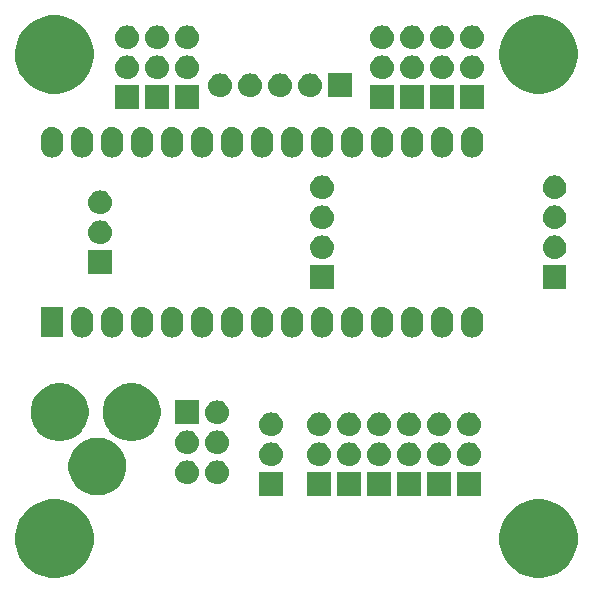
<source format=gbr>
G04 #@! TF.GenerationSoftware,KiCad,Pcbnew,(5.0.2)-1*
G04 #@! TF.CreationDate,2019-07-01T14:36:02-04:00*
G04 #@! TF.ProjectId,NANO-BKOUT,4e414e4f-2d42-44b4-9f55-542e6b696361,X1*
G04 #@! TF.SameCoordinates,Original*
G04 #@! TF.FileFunction,Soldermask,Bot*
G04 #@! TF.FilePolarity,Negative*
%FSLAX46Y46*%
G04 Gerber Fmt 4.6, Leading zero omitted, Abs format (unit mm)*
G04 Created by KiCad (PCBNEW (5.0.2)-1) date 7/1/2019 2:36:02 PM*
%MOMM*%
%LPD*%
G01*
G04 APERTURE LIST*
%ADD10C,0.150000*%
G04 APERTURE END LIST*
D10*
G36*
X45970564Y-41800469D02*
X45970566Y-41800470D01*
X45970567Y-41800470D01*
X46576115Y-42051296D01*
X46576116Y-42051297D01*
X47121097Y-42415442D01*
X47584558Y-42878903D01*
X47584560Y-42878906D01*
X47948704Y-43423885D01*
X48199530Y-44029433D01*
X48327400Y-44672280D01*
X48327400Y-45327720D01*
X48199530Y-45970567D01*
X47948704Y-46576115D01*
X47948703Y-46576116D01*
X47584558Y-47121097D01*
X47121097Y-47584558D01*
X47121094Y-47584560D01*
X46576115Y-47948704D01*
X45970567Y-48199530D01*
X45970566Y-48199530D01*
X45970564Y-48199531D01*
X45327722Y-48327400D01*
X44672278Y-48327400D01*
X44029436Y-48199531D01*
X44029434Y-48199530D01*
X44029433Y-48199530D01*
X43423885Y-47948704D01*
X42878906Y-47584560D01*
X42878903Y-47584558D01*
X42415442Y-47121097D01*
X42051297Y-46576116D01*
X42051296Y-46576115D01*
X41800470Y-45970567D01*
X41672600Y-45327720D01*
X41672600Y-44672280D01*
X41800470Y-44029433D01*
X42051296Y-43423885D01*
X42415440Y-42878906D01*
X42415442Y-42878903D01*
X42878903Y-42415442D01*
X43423884Y-42051297D01*
X43423885Y-42051296D01*
X44029433Y-41800470D01*
X44029434Y-41800470D01*
X44029436Y-41800469D01*
X44672278Y-41672600D01*
X45327722Y-41672600D01*
X45970564Y-41800469D01*
X45970564Y-41800469D01*
G37*
G36*
X4970564Y-41800469D02*
X4970566Y-41800470D01*
X4970567Y-41800470D01*
X5576115Y-42051296D01*
X5576116Y-42051297D01*
X6121097Y-42415442D01*
X6584558Y-42878903D01*
X6584560Y-42878906D01*
X6948704Y-43423885D01*
X7199530Y-44029433D01*
X7327400Y-44672280D01*
X7327400Y-45327720D01*
X7199530Y-45970567D01*
X6948704Y-46576115D01*
X6948703Y-46576116D01*
X6584558Y-47121097D01*
X6121097Y-47584558D01*
X6121094Y-47584560D01*
X5576115Y-47948704D01*
X4970567Y-48199530D01*
X4970566Y-48199530D01*
X4970564Y-48199531D01*
X4327722Y-48327400D01*
X3672278Y-48327400D01*
X3029436Y-48199531D01*
X3029434Y-48199530D01*
X3029433Y-48199530D01*
X2423885Y-47948704D01*
X1878906Y-47584560D01*
X1878903Y-47584558D01*
X1415442Y-47121097D01*
X1051297Y-46576116D01*
X1051296Y-46576115D01*
X800470Y-45970567D01*
X672600Y-45327720D01*
X672600Y-44672280D01*
X800470Y-44029433D01*
X1051296Y-43423885D01*
X1415440Y-42878906D01*
X1415442Y-42878903D01*
X1878903Y-42415442D01*
X2423884Y-42051297D01*
X2423885Y-42051296D01*
X3029433Y-41800470D01*
X3029434Y-41800470D01*
X3029436Y-41800469D01*
X3672278Y-41672600D01*
X4327722Y-41672600D01*
X4970564Y-41800469D01*
X4970564Y-41800469D01*
G37*
G36*
X40118400Y-41388400D02*
X38113600Y-41388400D01*
X38113600Y-39383600D01*
X40118400Y-39383600D01*
X40118400Y-41388400D01*
X40118400Y-41388400D01*
G37*
G36*
X35038400Y-41388400D02*
X33033600Y-41388400D01*
X33033600Y-39383600D01*
X35038400Y-39383600D01*
X35038400Y-41388400D01*
X35038400Y-41388400D01*
G37*
G36*
X27418400Y-41388400D02*
X25413600Y-41388400D01*
X25413600Y-39383600D01*
X27418400Y-39383600D01*
X27418400Y-41388400D01*
X27418400Y-41388400D01*
G37*
G36*
X29958400Y-41388400D02*
X27953600Y-41388400D01*
X27953600Y-39383600D01*
X29958400Y-39383600D01*
X29958400Y-41388400D01*
X29958400Y-41388400D01*
G37*
G36*
X37578400Y-41388400D02*
X35573600Y-41388400D01*
X35573600Y-39383600D01*
X37578400Y-39383600D01*
X37578400Y-41388400D01*
X37578400Y-41388400D01*
G37*
G36*
X23354400Y-41388400D02*
X21349600Y-41388400D01*
X21349600Y-39383600D01*
X23354400Y-39383600D01*
X23354400Y-41388400D01*
X23354400Y-41388400D01*
G37*
G36*
X32498400Y-41388400D02*
X30493600Y-41388400D01*
X30493600Y-39383600D01*
X32498400Y-39383600D01*
X32498400Y-41388400D01*
X32498400Y-41388400D01*
G37*
G36*
X8202406Y-36500429D02*
X8360339Y-36531844D01*
X8806647Y-36716711D01*
X9018256Y-36858104D01*
X9208317Y-36985099D01*
X9549901Y-37326683D01*
X9549903Y-37326686D01*
X9818289Y-37728353D01*
X10003156Y-38174661D01*
X10034571Y-38332594D01*
X10055821Y-38439424D01*
X10097400Y-38648460D01*
X10097400Y-39131540D01*
X10003156Y-39605339D01*
X9818289Y-40051647D01*
X9651958Y-40300578D01*
X9549901Y-40453317D01*
X9208317Y-40794901D01*
X9208314Y-40794903D01*
X8806647Y-41063289D01*
X8360339Y-41248156D01*
X8202406Y-41279571D01*
X7886542Y-41342400D01*
X7403458Y-41342400D01*
X7087594Y-41279571D01*
X6929661Y-41248156D01*
X6483353Y-41063289D01*
X6081686Y-40794903D01*
X6081683Y-40794901D01*
X5740099Y-40453317D01*
X5638042Y-40300578D01*
X5471711Y-40051647D01*
X5286844Y-39605339D01*
X5192600Y-39131540D01*
X5192600Y-38648460D01*
X5234180Y-38439424D01*
X5255429Y-38332594D01*
X5286844Y-38174661D01*
X5471711Y-37728353D01*
X5740097Y-37326686D01*
X5740099Y-37326683D01*
X6081683Y-36985099D01*
X6271744Y-36858104D01*
X6483353Y-36716711D01*
X6929661Y-36531844D01*
X7087594Y-36500429D01*
X7403458Y-36437600D01*
X7886542Y-36437600D01*
X8202406Y-36500429D01*
X8202406Y-36500429D01*
G37*
G36*
X17976501Y-38382103D02*
X17976504Y-38382104D01*
X17976505Y-38382104D01*
X18165458Y-38439422D01*
X18165460Y-38439423D01*
X18165463Y-38439424D01*
X18339595Y-38532499D01*
X18492233Y-38657767D01*
X18617501Y-38810405D01*
X18710576Y-38984537D01*
X18710577Y-38984540D01*
X18710578Y-38984542D01*
X18767896Y-39173495D01*
X18767897Y-39173499D01*
X18787250Y-39370000D01*
X18767897Y-39566501D01*
X18710576Y-39755463D01*
X18617501Y-39929595D01*
X18492233Y-40082233D01*
X18339595Y-40207501D01*
X18165463Y-40300576D01*
X18165460Y-40300577D01*
X18165458Y-40300578D01*
X17976505Y-40357896D01*
X17976504Y-40357896D01*
X17976501Y-40357897D01*
X17829247Y-40372400D01*
X17730753Y-40372400D01*
X17583499Y-40357897D01*
X17583496Y-40357896D01*
X17583495Y-40357896D01*
X17394542Y-40300578D01*
X17394540Y-40300577D01*
X17394537Y-40300576D01*
X17220405Y-40207501D01*
X17067767Y-40082233D01*
X16942499Y-39929595D01*
X16849424Y-39755463D01*
X16792103Y-39566501D01*
X16772750Y-39370000D01*
X16792103Y-39173499D01*
X16792104Y-39173495D01*
X16849422Y-38984542D01*
X16849423Y-38984540D01*
X16849424Y-38984537D01*
X16942499Y-38810405D01*
X17067767Y-38657767D01*
X17220405Y-38532499D01*
X17394537Y-38439424D01*
X17394540Y-38439423D01*
X17394542Y-38439422D01*
X17583495Y-38382104D01*
X17583496Y-38382104D01*
X17583499Y-38382103D01*
X17730753Y-38367600D01*
X17829247Y-38367600D01*
X17976501Y-38382103D01*
X17976501Y-38382103D01*
G37*
G36*
X15436501Y-38382103D02*
X15436504Y-38382104D01*
X15436505Y-38382104D01*
X15625458Y-38439422D01*
X15625460Y-38439423D01*
X15625463Y-38439424D01*
X15799595Y-38532499D01*
X15952233Y-38657767D01*
X16077501Y-38810405D01*
X16170576Y-38984537D01*
X16170577Y-38984540D01*
X16170578Y-38984542D01*
X16227896Y-39173495D01*
X16227897Y-39173499D01*
X16247250Y-39370000D01*
X16227897Y-39566501D01*
X16170576Y-39755463D01*
X16077501Y-39929595D01*
X15952233Y-40082233D01*
X15799595Y-40207501D01*
X15625463Y-40300576D01*
X15625460Y-40300577D01*
X15625458Y-40300578D01*
X15436505Y-40357896D01*
X15436504Y-40357896D01*
X15436501Y-40357897D01*
X15289247Y-40372400D01*
X15190753Y-40372400D01*
X15043499Y-40357897D01*
X15043496Y-40357896D01*
X15043495Y-40357896D01*
X14854542Y-40300578D01*
X14854540Y-40300577D01*
X14854537Y-40300576D01*
X14680405Y-40207501D01*
X14527767Y-40082233D01*
X14402499Y-39929595D01*
X14309424Y-39755463D01*
X14252103Y-39566501D01*
X14232750Y-39370000D01*
X14252103Y-39173499D01*
X14252104Y-39173495D01*
X14309422Y-38984542D01*
X14309423Y-38984540D01*
X14309424Y-38984537D01*
X14402499Y-38810405D01*
X14527767Y-38657767D01*
X14680405Y-38532499D01*
X14854537Y-38439424D01*
X14854540Y-38439423D01*
X14854542Y-38439422D01*
X15043495Y-38382104D01*
X15043496Y-38382104D01*
X15043499Y-38382103D01*
X15190753Y-38367600D01*
X15289247Y-38367600D01*
X15436501Y-38382103D01*
X15436501Y-38382103D01*
G37*
G36*
X31692501Y-36858103D02*
X31692504Y-36858104D01*
X31692505Y-36858104D01*
X31881458Y-36915422D01*
X31881460Y-36915423D01*
X31881463Y-36915424D01*
X32055595Y-37008499D01*
X32208233Y-37133767D01*
X32333501Y-37286405D01*
X32426576Y-37460537D01*
X32426577Y-37460540D01*
X32426578Y-37460542D01*
X32483896Y-37649495D01*
X32483897Y-37649499D01*
X32503250Y-37846000D01*
X32483897Y-38042501D01*
X32483896Y-38042504D01*
X32483896Y-38042505D01*
X32443807Y-38174662D01*
X32426576Y-38231463D01*
X32333501Y-38405595D01*
X32208233Y-38558233D01*
X32055595Y-38683501D01*
X31881463Y-38776576D01*
X31881460Y-38776577D01*
X31881458Y-38776578D01*
X31692505Y-38833896D01*
X31692504Y-38833896D01*
X31692501Y-38833897D01*
X31545247Y-38848400D01*
X31446753Y-38848400D01*
X31299499Y-38833897D01*
X31299496Y-38833896D01*
X31299495Y-38833896D01*
X31110542Y-38776578D01*
X31110540Y-38776577D01*
X31110537Y-38776576D01*
X30936405Y-38683501D01*
X30783767Y-38558233D01*
X30658499Y-38405595D01*
X30565424Y-38231463D01*
X30548194Y-38174662D01*
X30508104Y-38042505D01*
X30508104Y-38042504D01*
X30508103Y-38042501D01*
X30488750Y-37846000D01*
X30508103Y-37649499D01*
X30508104Y-37649495D01*
X30565422Y-37460542D01*
X30565423Y-37460540D01*
X30565424Y-37460537D01*
X30658499Y-37286405D01*
X30783767Y-37133767D01*
X30936405Y-37008499D01*
X31110537Y-36915424D01*
X31110540Y-36915423D01*
X31110542Y-36915422D01*
X31299495Y-36858104D01*
X31299496Y-36858104D01*
X31299499Y-36858103D01*
X31446753Y-36843600D01*
X31545247Y-36843600D01*
X31692501Y-36858103D01*
X31692501Y-36858103D01*
G37*
G36*
X22548501Y-36858103D02*
X22548504Y-36858104D01*
X22548505Y-36858104D01*
X22737458Y-36915422D01*
X22737460Y-36915423D01*
X22737463Y-36915424D01*
X22911595Y-37008499D01*
X23064233Y-37133767D01*
X23189501Y-37286405D01*
X23282576Y-37460537D01*
X23282577Y-37460540D01*
X23282578Y-37460542D01*
X23339896Y-37649495D01*
X23339897Y-37649499D01*
X23359250Y-37846000D01*
X23339897Y-38042501D01*
X23339896Y-38042504D01*
X23339896Y-38042505D01*
X23299807Y-38174662D01*
X23282576Y-38231463D01*
X23189501Y-38405595D01*
X23064233Y-38558233D01*
X22911595Y-38683501D01*
X22737463Y-38776576D01*
X22737460Y-38776577D01*
X22737458Y-38776578D01*
X22548505Y-38833896D01*
X22548504Y-38833896D01*
X22548501Y-38833897D01*
X22401247Y-38848400D01*
X22302753Y-38848400D01*
X22155499Y-38833897D01*
X22155496Y-38833896D01*
X22155495Y-38833896D01*
X21966542Y-38776578D01*
X21966540Y-38776577D01*
X21966537Y-38776576D01*
X21792405Y-38683501D01*
X21639767Y-38558233D01*
X21514499Y-38405595D01*
X21421424Y-38231463D01*
X21404194Y-38174662D01*
X21364104Y-38042505D01*
X21364104Y-38042504D01*
X21364103Y-38042501D01*
X21344750Y-37846000D01*
X21364103Y-37649499D01*
X21364104Y-37649495D01*
X21421422Y-37460542D01*
X21421423Y-37460540D01*
X21421424Y-37460537D01*
X21514499Y-37286405D01*
X21639767Y-37133767D01*
X21792405Y-37008499D01*
X21966537Y-36915424D01*
X21966540Y-36915423D01*
X21966542Y-36915422D01*
X22155495Y-36858104D01*
X22155496Y-36858104D01*
X22155499Y-36858103D01*
X22302753Y-36843600D01*
X22401247Y-36843600D01*
X22548501Y-36858103D01*
X22548501Y-36858103D01*
G37*
G36*
X36772501Y-36858103D02*
X36772504Y-36858104D01*
X36772505Y-36858104D01*
X36961458Y-36915422D01*
X36961460Y-36915423D01*
X36961463Y-36915424D01*
X37135595Y-37008499D01*
X37288233Y-37133767D01*
X37413501Y-37286405D01*
X37506576Y-37460537D01*
X37506577Y-37460540D01*
X37506578Y-37460542D01*
X37563896Y-37649495D01*
X37563897Y-37649499D01*
X37583250Y-37846000D01*
X37563897Y-38042501D01*
X37563896Y-38042504D01*
X37563896Y-38042505D01*
X37523807Y-38174662D01*
X37506576Y-38231463D01*
X37413501Y-38405595D01*
X37288233Y-38558233D01*
X37135595Y-38683501D01*
X36961463Y-38776576D01*
X36961460Y-38776577D01*
X36961458Y-38776578D01*
X36772505Y-38833896D01*
X36772504Y-38833896D01*
X36772501Y-38833897D01*
X36625247Y-38848400D01*
X36526753Y-38848400D01*
X36379499Y-38833897D01*
X36379496Y-38833896D01*
X36379495Y-38833896D01*
X36190542Y-38776578D01*
X36190540Y-38776577D01*
X36190537Y-38776576D01*
X36016405Y-38683501D01*
X35863767Y-38558233D01*
X35738499Y-38405595D01*
X35645424Y-38231463D01*
X35628194Y-38174662D01*
X35588104Y-38042505D01*
X35588104Y-38042504D01*
X35588103Y-38042501D01*
X35568750Y-37846000D01*
X35588103Y-37649499D01*
X35588104Y-37649495D01*
X35645422Y-37460542D01*
X35645423Y-37460540D01*
X35645424Y-37460537D01*
X35738499Y-37286405D01*
X35863767Y-37133767D01*
X36016405Y-37008499D01*
X36190537Y-36915424D01*
X36190540Y-36915423D01*
X36190542Y-36915422D01*
X36379495Y-36858104D01*
X36379496Y-36858104D01*
X36379499Y-36858103D01*
X36526753Y-36843600D01*
X36625247Y-36843600D01*
X36772501Y-36858103D01*
X36772501Y-36858103D01*
G37*
G36*
X29152501Y-36858103D02*
X29152504Y-36858104D01*
X29152505Y-36858104D01*
X29341458Y-36915422D01*
X29341460Y-36915423D01*
X29341463Y-36915424D01*
X29515595Y-37008499D01*
X29668233Y-37133767D01*
X29793501Y-37286405D01*
X29886576Y-37460537D01*
X29886577Y-37460540D01*
X29886578Y-37460542D01*
X29943896Y-37649495D01*
X29943897Y-37649499D01*
X29963250Y-37846000D01*
X29943897Y-38042501D01*
X29943896Y-38042504D01*
X29943896Y-38042505D01*
X29903807Y-38174662D01*
X29886576Y-38231463D01*
X29793501Y-38405595D01*
X29668233Y-38558233D01*
X29515595Y-38683501D01*
X29341463Y-38776576D01*
X29341460Y-38776577D01*
X29341458Y-38776578D01*
X29152505Y-38833896D01*
X29152504Y-38833896D01*
X29152501Y-38833897D01*
X29005247Y-38848400D01*
X28906753Y-38848400D01*
X28759499Y-38833897D01*
X28759496Y-38833896D01*
X28759495Y-38833896D01*
X28570542Y-38776578D01*
X28570540Y-38776577D01*
X28570537Y-38776576D01*
X28396405Y-38683501D01*
X28243767Y-38558233D01*
X28118499Y-38405595D01*
X28025424Y-38231463D01*
X28008194Y-38174662D01*
X27968104Y-38042505D01*
X27968104Y-38042504D01*
X27968103Y-38042501D01*
X27948750Y-37846000D01*
X27968103Y-37649499D01*
X27968104Y-37649495D01*
X28025422Y-37460542D01*
X28025423Y-37460540D01*
X28025424Y-37460537D01*
X28118499Y-37286405D01*
X28243767Y-37133767D01*
X28396405Y-37008499D01*
X28570537Y-36915424D01*
X28570540Y-36915423D01*
X28570542Y-36915422D01*
X28759495Y-36858104D01*
X28759496Y-36858104D01*
X28759499Y-36858103D01*
X28906753Y-36843600D01*
X29005247Y-36843600D01*
X29152501Y-36858103D01*
X29152501Y-36858103D01*
G37*
G36*
X26612501Y-36858103D02*
X26612504Y-36858104D01*
X26612505Y-36858104D01*
X26801458Y-36915422D01*
X26801460Y-36915423D01*
X26801463Y-36915424D01*
X26975595Y-37008499D01*
X27128233Y-37133767D01*
X27253501Y-37286405D01*
X27346576Y-37460537D01*
X27346577Y-37460540D01*
X27346578Y-37460542D01*
X27403896Y-37649495D01*
X27403897Y-37649499D01*
X27423250Y-37846000D01*
X27403897Y-38042501D01*
X27403896Y-38042504D01*
X27403896Y-38042505D01*
X27363807Y-38174662D01*
X27346576Y-38231463D01*
X27253501Y-38405595D01*
X27128233Y-38558233D01*
X26975595Y-38683501D01*
X26801463Y-38776576D01*
X26801460Y-38776577D01*
X26801458Y-38776578D01*
X26612505Y-38833896D01*
X26612504Y-38833896D01*
X26612501Y-38833897D01*
X26465247Y-38848400D01*
X26366753Y-38848400D01*
X26219499Y-38833897D01*
X26219496Y-38833896D01*
X26219495Y-38833896D01*
X26030542Y-38776578D01*
X26030540Y-38776577D01*
X26030537Y-38776576D01*
X25856405Y-38683501D01*
X25703767Y-38558233D01*
X25578499Y-38405595D01*
X25485424Y-38231463D01*
X25468194Y-38174662D01*
X25428104Y-38042505D01*
X25428104Y-38042504D01*
X25428103Y-38042501D01*
X25408750Y-37846000D01*
X25428103Y-37649499D01*
X25428104Y-37649495D01*
X25485422Y-37460542D01*
X25485423Y-37460540D01*
X25485424Y-37460537D01*
X25578499Y-37286405D01*
X25703767Y-37133767D01*
X25856405Y-37008499D01*
X26030537Y-36915424D01*
X26030540Y-36915423D01*
X26030542Y-36915422D01*
X26219495Y-36858104D01*
X26219496Y-36858104D01*
X26219499Y-36858103D01*
X26366753Y-36843600D01*
X26465247Y-36843600D01*
X26612501Y-36858103D01*
X26612501Y-36858103D01*
G37*
G36*
X34232501Y-36858103D02*
X34232504Y-36858104D01*
X34232505Y-36858104D01*
X34421458Y-36915422D01*
X34421460Y-36915423D01*
X34421463Y-36915424D01*
X34595595Y-37008499D01*
X34748233Y-37133767D01*
X34873501Y-37286405D01*
X34966576Y-37460537D01*
X34966577Y-37460540D01*
X34966578Y-37460542D01*
X35023896Y-37649495D01*
X35023897Y-37649499D01*
X35043250Y-37846000D01*
X35023897Y-38042501D01*
X35023896Y-38042504D01*
X35023896Y-38042505D01*
X34983807Y-38174662D01*
X34966576Y-38231463D01*
X34873501Y-38405595D01*
X34748233Y-38558233D01*
X34595595Y-38683501D01*
X34421463Y-38776576D01*
X34421460Y-38776577D01*
X34421458Y-38776578D01*
X34232505Y-38833896D01*
X34232504Y-38833896D01*
X34232501Y-38833897D01*
X34085247Y-38848400D01*
X33986753Y-38848400D01*
X33839499Y-38833897D01*
X33839496Y-38833896D01*
X33839495Y-38833896D01*
X33650542Y-38776578D01*
X33650540Y-38776577D01*
X33650537Y-38776576D01*
X33476405Y-38683501D01*
X33323767Y-38558233D01*
X33198499Y-38405595D01*
X33105424Y-38231463D01*
X33088194Y-38174662D01*
X33048104Y-38042505D01*
X33048104Y-38042504D01*
X33048103Y-38042501D01*
X33028750Y-37846000D01*
X33048103Y-37649499D01*
X33048104Y-37649495D01*
X33105422Y-37460542D01*
X33105423Y-37460540D01*
X33105424Y-37460537D01*
X33198499Y-37286405D01*
X33323767Y-37133767D01*
X33476405Y-37008499D01*
X33650537Y-36915424D01*
X33650540Y-36915423D01*
X33650542Y-36915422D01*
X33839495Y-36858104D01*
X33839496Y-36858104D01*
X33839499Y-36858103D01*
X33986753Y-36843600D01*
X34085247Y-36843600D01*
X34232501Y-36858103D01*
X34232501Y-36858103D01*
G37*
G36*
X39312501Y-36858103D02*
X39312504Y-36858104D01*
X39312505Y-36858104D01*
X39501458Y-36915422D01*
X39501460Y-36915423D01*
X39501463Y-36915424D01*
X39675595Y-37008499D01*
X39828233Y-37133767D01*
X39953501Y-37286405D01*
X40046576Y-37460537D01*
X40046577Y-37460540D01*
X40046578Y-37460542D01*
X40103896Y-37649495D01*
X40103897Y-37649499D01*
X40123250Y-37846000D01*
X40103897Y-38042501D01*
X40103896Y-38042504D01*
X40103896Y-38042505D01*
X40063807Y-38174662D01*
X40046576Y-38231463D01*
X39953501Y-38405595D01*
X39828233Y-38558233D01*
X39675595Y-38683501D01*
X39501463Y-38776576D01*
X39501460Y-38776577D01*
X39501458Y-38776578D01*
X39312505Y-38833896D01*
X39312504Y-38833896D01*
X39312501Y-38833897D01*
X39165247Y-38848400D01*
X39066753Y-38848400D01*
X38919499Y-38833897D01*
X38919496Y-38833896D01*
X38919495Y-38833896D01*
X38730542Y-38776578D01*
X38730540Y-38776577D01*
X38730537Y-38776576D01*
X38556405Y-38683501D01*
X38403767Y-38558233D01*
X38278499Y-38405595D01*
X38185424Y-38231463D01*
X38168194Y-38174662D01*
X38128104Y-38042505D01*
X38128104Y-38042504D01*
X38128103Y-38042501D01*
X38108750Y-37846000D01*
X38128103Y-37649499D01*
X38128104Y-37649495D01*
X38185422Y-37460542D01*
X38185423Y-37460540D01*
X38185424Y-37460537D01*
X38278499Y-37286405D01*
X38403767Y-37133767D01*
X38556405Y-37008499D01*
X38730537Y-36915424D01*
X38730540Y-36915423D01*
X38730542Y-36915422D01*
X38919495Y-36858104D01*
X38919496Y-36858104D01*
X38919499Y-36858103D01*
X39066753Y-36843600D01*
X39165247Y-36843600D01*
X39312501Y-36858103D01*
X39312501Y-36858103D01*
G37*
G36*
X15436501Y-35842103D02*
X15436504Y-35842104D01*
X15436505Y-35842104D01*
X15625458Y-35899422D01*
X15625460Y-35899423D01*
X15625463Y-35899424D01*
X15799595Y-35992499D01*
X15952233Y-36117767D01*
X16077501Y-36270405D01*
X16170576Y-36444537D01*
X16170577Y-36444540D01*
X16170578Y-36444542D01*
X16227896Y-36633495D01*
X16227897Y-36633499D01*
X16247250Y-36830000D01*
X16227897Y-37026501D01*
X16227896Y-37026504D01*
X16227896Y-37026505D01*
X16195359Y-37133767D01*
X16170576Y-37215463D01*
X16077501Y-37389595D01*
X15952233Y-37542233D01*
X15799595Y-37667501D01*
X15625463Y-37760576D01*
X15625460Y-37760577D01*
X15625458Y-37760578D01*
X15436505Y-37817896D01*
X15436504Y-37817896D01*
X15436501Y-37817897D01*
X15289247Y-37832400D01*
X15190753Y-37832400D01*
X15043499Y-37817897D01*
X15043496Y-37817896D01*
X15043495Y-37817896D01*
X14854542Y-37760578D01*
X14854540Y-37760577D01*
X14854537Y-37760576D01*
X14680405Y-37667501D01*
X14527767Y-37542233D01*
X14402499Y-37389595D01*
X14309424Y-37215463D01*
X14284642Y-37133767D01*
X14252104Y-37026505D01*
X14252104Y-37026504D01*
X14252103Y-37026501D01*
X14232750Y-36830000D01*
X14252103Y-36633499D01*
X14252104Y-36633495D01*
X14309422Y-36444542D01*
X14309423Y-36444540D01*
X14309424Y-36444537D01*
X14402499Y-36270405D01*
X14527767Y-36117767D01*
X14680405Y-35992499D01*
X14854537Y-35899424D01*
X14854540Y-35899423D01*
X14854542Y-35899422D01*
X15043495Y-35842104D01*
X15043496Y-35842104D01*
X15043499Y-35842103D01*
X15190753Y-35827600D01*
X15289247Y-35827600D01*
X15436501Y-35842103D01*
X15436501Y-35842103D01*
G37*
G36*
X17976501Y-35842103D02*
X17976504Y-35842104D01*
X17976505Y-35842104D01*
X18165458Y-35899422D01*
X18165460Y-35899423D01*
X18165463Y-35899424D01*
X18339595Y-35992499D01*
X18492233Y-36117767D01*
X18617501Y-36270405D01*
X18710576Y-36444537D01*
X18710577Y-36444540D01*
X18710578Y-36444542D01*
X18767896Y-36633495D01*
X18767897Y-36633499D01*
X18787250Y-36830000D01*
X18767897Y-37026501D01*
X18767896Y-37026504D01*
X18767896Y-37026505D01*
X18735359Y-37133767D01*
X18710576Y-37215463D01*
X18617501Y-37389595D01*
X18492233Y-37542233D01*
X18339595Y-37667501D01*
X18165463Y-37760576D01*
X18165460Y-37760577D01*
X18165458Y-37760578D01*
X17976505Y-37817896D01*
X17976504Y-37817896D01*
X17976501Y-37817897D01*
X17829247Y-37832400D01*
X17730753Y-37832400D01*
X17583499Y-37817897D01*
X17583496Y-37817896D01*
X17583495Y-37817896D01*
X17394542Y-37760578D01*
X17394540Y-37760577D01*
X17394537Y-37760576D01*
X17220405Y-37667501D01*
X17067767Y-37542233D01*
X16942499Y-37389595D01*
X16849424Y-37215463D01*
X16824642Y-37133767D01*
X16792104Y-37026505D01*
X16792104Y-37026504D01*
X16792103Y-37026501D01*
X16772750Y-36830000D01*
X16792103Y-36633499D01*
X16792104Y-36633495D01*
X16849422Y-36444542D01*
X16849423Y-36444540D01*
X16849424Y-36444537D01*
X16942499Y-36270405D01*
X17067767Y-36117767D01*
X17220405Y-35992499D01*
X17394537Y-35899424D01*
X17394540Y-35899423D01*
X17394542Y-35899422D01*
X17583495Y-35842104D01*
X17583496Y-35842104D01*
X17583499Y-35842103D01*
X17730753Y-35827600D01*
X17829247Y-35827600D01*
X17976501Y-35842103D01*
X17976501Y-35842103D01*
G37*
G36*
X5002406Y-31900429D02*
X5160339Y-31931844D01*
X5606647Y-32116711D01*
X6005606Y-32383287D01*
X6008317Y-32385099D01*
X6349901Y-32726683D01*
X6349903Y-32726686D01*
X6618289Y-33128353D01*
X6752556Y-33452502D01*
X6803156Y-33574662D01*
X6897400Y-34048458D01*
X6897400Y-34531542D01*
X6868773Y-34675458D01*
X6803156Y-35005339D01*
X6618289Y-35451647D01*
X6367085Y-35827600D01*
X6349901Y-35853317D01*
X6008317Y-36194901D01*
X6008314Y-36194903D01*
X5606647Y-36463289D01*
X5160339Y-36648156D01*
X5002406Y-36679571D01*
X4686542Y-36742400D01*
X4203458Y-36742400D01*
X3887594Y-36679571D01*
X3729661Y-36648156D01*
X3283353Y-36463289D01*
X2881686Y-36194903D01*
X2881683Y-36194901D01*
X2540099Y-35853317D01*
X2522915Y-35827600D01*
X2271711Y-35451647D01*
X2086844Y-35005339D01*
X2021227Y-34675458D01*
X1992600Y-34531542D01*
X1992600Y-34048458D01*
X2086844Y-33574662D01*
X2137444Y-33452502D01*
X2271711Y-33128353D01*
X2540097Y-32726686D01*
X2540099Y-32726683D01*
X2881683Y-32385099D01*
X2884394Y-32383287D01*
X3283353Y-32116711D01*
X3729661Y-31931844D01*
X3887594Y-31900429D01*
X4203458Y-31837600D01*
X4686542Y-31837600D01*
X5002406Y-31900429D01*
X5002406Y-31900429D01*
G37*
G36*
X11102406Y-31900429D02*
X11260339Y-31931844D01*
X11706647Y-32116711D01*
X12105606Y-32383287D01*
X12108317Y-32385099D01*
X12449901Y-32726683D01*
X12449903Y-32726686D01*
X12718289Y-33128353D01*
X12852556Y-33452502D01*
X12903156Y-33574662D01*
X12997400Y-34048458D01*
X12997400Y-34531542D01*
X12968773Y-34675458D01*
X12903156Y-35005339D01*
X12718289Y-35451647D01*
X12467085Y-35827600D01*
X12449901Y-35853317D01*
X12108317Y-36194901D01*
X12108314Y-36194903D01*
X11706647Y-36463289D01*
X11260339Y-36648156D01*
X11102406Y-36679571D01*
X10786542Y-36742400D01*
X10303458Y-36742400D01*
X9987594Y-36679571D01*
X9829661Y-36648156D01*
X9383353Y-36463289D01*
X8981686Y-36194903D01*
X8981683Y-36194901D01*
X8640099Y-35853317D01*
X8622915Y-35827600D01*
X8371711Y-35451647D01*
X8186844Y-35005339D01*
X8121227Y-34675458D01*
X8092600Y-34531542D01*
X8092600Y-34048458D01*
X8186844Y-33574662D01*
X8237444Y-33452502D01*
X8371711Y-33128353D01*
X8640097Y-32726686D01*
X8640099Y-32726683D01*
X8981683Y-32385099D01*
X8984394Y-32383287D01*
X9383353Y-32116711D01*
X9829661Y-31931844D01*
X9987594Y-31900429D01*
X10303458Y-31837600D01*
X10786542Y-31837600D01*
X11102406Y-31900429D01*
X11102406Y-31900429D01*
G37*
G36*
X39312501Y-34318103D02*
X39312504Y-34318104D01*
X39312505Y-34318104D01*
X39501458Y-34375422D01*
X39501460Y-34375423D01*
X39501463Y-34375424D01*
X39675595Y-34468499D01*
X39828233Y-34593767D01*
X39953501Y-34746405D01*
X40046576Y-34920537D01*
X40046577Y-34920540D01*
X40046578Y-34920542D01*
X40103896Y-35109495D01*
X40103897Y-35109499D01*
X40123250Y-35306000D01*
X40103897Y-35502501D01*
X40046576Y-35691463D01*
X39953501Y-35865595D01*
X39828233Y-36018233D01*
X39675595Y-36143501D01*
X39501463Y-36236576D01*
X39501460Y-36236577D01*
X39501458Y-36236578D01*
X39312505Y-36293896D01*
X39312504Y-36293896D01*
X39312501Y-36293897D01*
X39165247Y-36308400D01*
X39066753Y-36308400D01*
X38919499Y-36293897D01*
X38919496Y-36293896D01*
X38919495Y-36293896D01*
X38730542Y-36236578D01*
X38730540Y-36236577D01*
X38730537Y-36236576D01*
X38556405Y-36143501D01*
X38403767Y-36018233D01*
X38278499Y-35865595D01*
X38185424Y-35691463D01*
X38128103Y-35502501D01*
X38108750Y-35306000D01*
X38128103Y-35109499D01*
X38128104Y-35109495D01*
X38185422Y-34920542D01*
X38185423Y-34920540D01*
X38185424Y-34920537D01*
X38278499Y-34746405D01*
X38403767Y-34593767D01*
X38556405Y-34468499D01*
X38730537Y-34375424D01*
X38730540Y-34375423D01*
X38730542Y-34375422D01*
X38919495Y-34318104D01*
X38919496Y-34318104D01*
X38919499Y-34318103D01*
X39066753Y-34303600D01*
X39165247Y-34303600D01*
X39312501Y-34318103D01*
X39312501Y-34318103D01*
G37*
G36*
X36772501Y-34318103D02*
X36772504Y-34318104D01*
X36772505Y-34318104D01*
X36961458Y-34375422D01*
X36961460Y-34375423D01*
X36961463Y-34375424D01*
X37135595Y-34468499D01*
X37288233Y-34593767D01*
X37413501Y-34746405D01*
X37506576Y-34920537D01*
X37506577Y-34920540D01*
X37506578Y-34920542D01*
X37563896Y-35109495D01*
X37563897Y-35109499D01*
X37583250Y-35306000D01*
X37563897Y-35502501D01*
X37506576Y-35691463D01*
X37413501Y-35865595D01*
X37288233Y-36018233D01*
X37135595Y-36143501D01*
X36961463Y-36236576D01*
X36961460Y-36236577D01*
X36961458Y-36236578D01*
X36772505Y-36293896D01*
X36772504Y-36293896D01*
X36772501Y-36293897D01*
X36625247Y-36308400D01*
X36526753Y-36308400D01*
X36379499Y-36293897D01*
X36379496Y-36293896D01*
X36379495Y-36293896D01*
X36190542Y-36236578D01*
X36190540Y-36236577D01*
X36190537Y-36236576D01*
X36016405Y-36143501D01*
X35863767Y-36018233D01*
X35738499Y-35865595D01*
X35645424Y-35691463D01*
X35588103Y-35502501D01*
X35568750Y-35306000D01*
X35588103Y-35109499D01*
X35588104Y-35109495D01*
X35645422Y-34920542D01*
X35645423Y-34920540D01*
X35645424Y-34920537D01*
X35738499Y-34746405D01*
X35863767Y-34593767D01*
X36016405Y-34468499D01*
X36190537Y-34375424D01*
X36190540Y-34375423D01*
X36190542Y-34375422D01*
X36379495Y-34318104D01*
X36379496Y-34318104D01*
X36379499Y-34318103D01*
X36526753Y-34303600D01*
X36625247Y-34303600D01*
X36772501Y-34318103D01*
X36772501Y-34318103D01*
G37*
G36*
X31692501Y-34318103D02*
X31692504Y-34318104D01*
X31692505Y-34318104D01*
X31881458Y-34375422D01*
X31881460Y-34375423D01*
X31881463Y-34375424D01*
X32055595Y-34468499D01*
X32208233Y-34593767D01*
X32333501Y-34746405D01*
X32426576Y-34920537D01*
X32426577Y-34920540D01*
X32426578Y-34920542D01*
X32483896Y-35109495D01*
X32483897Y-35109499D01*
X32503250Y-35306000D01*
X32483897Y-35502501D01*
X32426576Y-35691463D01*
X32333501Y-35865595D01*
X32208233Y-36018233D01*
X32055595Y-36143501D01*
X31881463Y-36236576D01*
X31881460Y-36236577D01*
X31881458Y-36236578D01*
X31692505Y-36293896D01*
X31692504Y-36293896D01*
X31692501Y-36293897D01*
X31545247Y-36308400D01*
X31446753Y-36308400D01*
X31299499Y-36293897D01*
X31299496Y-36293896D01*
X31299495Y-36293896D01*
X31110542Y-36236578D01*
X31110540Y-36236577D01*
X31110537Y-36236576D01*
X30936405Y-36143501D01*
X30783767Y-36018233D01*
X30658499Y-35865595D01*
X30565424Y-35691463D01*
X30508103Y-35502501D01*
X30488750Y-35306000D01*
X30508103Y-35109499D01*
X30508104Y-35109495D01*
X30565422Y-34920542D01*
X30565423Y-34920540D01*
X30565424Y-34920537D01*
X30658499Y-34746405D01*
X30783767Y-34593767D01*
X30936405Y-34468499D01*
X31110537Y-34375424D01*
X31110540Y-34375423D01*
X31110542Y-34375422D01*
X31299495Y-34318104D01*
X31299496Y-34318104D01*
X31299499Y-34318103D01*
X31446753Y-34303600D01*
X31545247Y-34303600D01*
X31692501Y-34318103D01*
X31692501Y-34318103D01*
G37*
G36*
X22548501Y-34318103D02*
X22548504Y-34318104D01*
X22548505Y-34318104D01*
X22737458Y-34375422D01*
X22737460Y-34375423D01*
X22737463Y-34375424D01*
X22911595Y-34468499D01*
X23064233Y-34593767D01*
X23189501Y-34746405D01*
X23282576Y-34920537D01*
X23282577Y-34920540D01*
X23282578Y-34920542D01*
X23339896Y-35109495D01*
X23339897Y-35109499D01*
X23359250Y-35306000D01*
X23339897Y-35502501D01*
X23282576Y-35691463D01*
X23189501Y-35865595D01*
X23064233Y-36018233D01*
X22911595Y-36143501D01*
X22737463Y-36236576D01*
X22737460Y-36236577D01*
X22737458Y-36236578D01*
X22548505Y-36293896D01*
X22548504Y-36293896D01*
X22548501Y-36293897D01*
X22401247Y-36308400D01*
X22302753Y-36308400D01*
X22155499Y-36293897D01*
X22155496Y-36293896D01*
X22155495Y-36293896D01*
X21966542Y-36236578D01*
X21966540Y-36236577D01*
X21966537Y-36236576D01*
X21792405Y-36143501D01*
X21639767Y-36018233D01*
X21514499Y-35865595D01*
X21421424Y-35691463D01*
X21364103Y-35502501D01*
X21344750Y-35306000D01*
X21364103Y-35109499D01*
X21364104Y-35109495D01*
X21421422Y-34920542D01*
X21421423Y-34920540D01*
X21421424Y-34920537D01*
X21514499Y-34746405D01*
X21639767Y-34593767D01*
X21792405Y-34468499D01*
X21966537Y-34375424D01*
X21966540Y-34375423D01*
X21966542Y-34375422D01*
X22155495Y-34318104D01*
X22155496Y-34318104D01*
X22155499Y-34318103D01*
X22302753Y-34303600D01*
X22401247Y-34303600D01*
X22548501Y-34318103D01*
X22548501Y-34318103D01*
G37*
G36*
X34232501Y-34318103D02*
X34232504Y-34318104D01*
X34232505Y-34318104D01*
X34421458Y-34375422D01*
X34421460Y-34375423D01*
X34421463Y-34375424D01*
X34595595Y-34468499D01*
X34748233Y-34593767D01*
X34873501Y-34746405D01*
X34966576Y-34920537D01*
X34966577Y-34920540D01*
X34966578Y-34920542D01*
X35023896Y-35109495D01*
X35023897Y-35109499D01*
X35043250Y-35306000D01*
X35023897Y-35502501D01*
X34966576Y-35691463D01*
X34873501Y-35865595D01*
X34748233Y-36018233D01*
X34595595Y-36143501D01*
X34421463Y-36236576D01*
X34421460Y-36236577D01*
X34421458Y-36236578D01*
X34232505Y-36293896D01*
X34232504Y-36293896D01*
X34232501Y-36293897D01*
X34085247Y-36308400D01*
X33986753Y-36308400D01*
X33839499Y-36293897D01*
X33839496Y-36293896D01*
X33839495Y-36293896D01*
X33650542Y-36236578D01*
X33650540Y-36236577D01*
X33650537Y-36236576D01*
X33476405Y-36143501D01*
X33323767Y-36018233D01*
X33198499Y-35865595D01*
X33105424Y-35691463D01*
X33048103Y-35502501D01*
X33028750Y-35306000D01*
X33048103Y-35109499D01*
X33048104Y-35109495D01*
X33105422Y-34920542D01*
X33105423Y-34920540D01*
X33105424Y-34920537D01*
X33198499Y-34746405D01*
X33323767Y-34593767D01*
X33476405Y-34468499D01*
X33650537Y-34375424D01*
X33650540Y-34375423D01*
X33650542Y-34375422D01*
X33839495Y-34318104D01*
X33839496Y-34318104D01*
X33839499Y-34318103D01*
X33986753Y-34303600D01*
X34085247Y-34303600D01*
X34232501Y-34318103D01*
X34232501Y-34318103D01*
G37*
G36*
X26612501Y-34318103D02*
X26612504Y-34318104D01*
X26612505Y-34318104D01*
X26801458Y-34375422D01*
X26801460Y-34375423D01*
X26801463Y-34375424D01*
X26975595Y-34468499D01*
X27128233Y-34593767D01*
X27253501Y-34746405D01*
X27346576Y-34920537D01*
X27346577Y-34920540D01*
X27346578Y-34920542D01*
X27403896Y-35109495D01*
X27403897Y-35109499D01*
X27423250Y-35306000D01*
X27403897Y-35502501D01*
X27346576Y-35691463D01*
X27253501Y-35865595D01*
X27128233Y-36018233D01*
X26975595Y-36143501D01*
X26801463Y-36236576D01*
X26801460Y-36236577D01*
X26801458Y-36236578D01*
X26612505Y-36293896D01*
X26612504Y-36293896D01*
X26612501Y-36293897D01*
X26465247Y-36308400D01*
X26366753Y-36308400D01*
X26219499Y-36293897D01*
X26219496Y-36293896D01*
X26219495Y-36293896D01*
X26030542Y-36236578D01*
X26030540Y-36236577D01*
X26030537Y-36236576D01*
X25856405Y-36143501D01*
X25703767Y-36018233D01*
X25578499Y-35865595D01*
X25485424Y-35691463D01*
X25428103Y-35502501D01*
X25408750Y-35306000D01*
X25428103Y-35109499D01*
X25428104Y-35109495D01*
X25485422Y-34920542D01*
X25485423Y-34920540D01*
X25485424Y-34920537D01*
X25578499Y-34746405D01*
X25703767Y-34593767D01*
X25856405Y-34468499D01*
X26030537Y-34375424D01*
X26030540Y-34375423D01*
X26030542Y-34375422D01*
X26219495Y-34318104D01*
X26219496Y-34318104D01*
X26219499Y-34318103D01*
X26366753Y-34303600D01*
X26465247Y-34303600D01*
X26612501Y-34318103D01*
X26612501Y-34318103D01*
G37*
G36*
X29152501Y-34318103D02*
X29152504Y-34318104D01*
X29152505Y-34318104D01*
X29341458Y-34375422D01*
X29341460Y-34375423D01*
X29341463Y-34375424D01*
X29515595Y-34468499D01*
X29668233Y-34593767D01*
X29793501Y-34746405D01*
X29886576Y-34920537D01*
X29886577Y-34920540D01*
X29886578Y-34920542D01*
X29943896Y-35109495D01*
X29943897Y-35109499D01*
X29963250Y-35306000D01*
X29943897Y-35502501D01*
X29886576Y-35691463D01*
X29793501Y-35865595D01*
X29668233Y-36018233D01*
X29515595Y-36143501D01*
X29341463Y-36236576D01*
X29341460Y-36236577D01*
X29341458Y-36236578D01*
X29152505Y-36293896D01*
X29152504Y-36293896D01*
X29152501Y-36293897D01*
X29005247Y-36308400D01*
X28906753Y-36308400D01*
X28759499Y-36293897D01*
X28759496Y-36293896D01*
X28759495Y-36293896D01*
X28570542Y-36236578D01*
X28570540Y-36236577D01*
X28570537Y-36236576D01*
X28396405Y-36143501D01*
X28243767Y-36018233D01*
X28118499Y-35865595D01*
X28025424Y-35691463D01*
X27968103Y-35502501D01*
X27948750Y-35306000D01*
X27968103Y-35109499D01*
X27968104Y-35109495D01*
X28025422Y-34920542D01*
X28025423Y-34920540D01*
X28025424Y-34920537D01*
X28118499Y-34746405D01*
X28243767Y-34593767D01*
X28396405Y-34468499D01*
X28570537Y-34375424D01*
X28570540Y-34375423D01*
X28570542Y-34375422D01*
X28759495Y-34318104D01*
X28759496Y-34318104D01*
X28759499Y-34318103D01*
X28906753Y-34303600D01*
X29005247Y-34303600D01*
X29152501Y-34318103D01*
X29152501Y-34318103D01*
G37*
G36*
X16242400Y-35292400D02*
X14237600Y-35292400D01*
X14237600Y-33287600D01*
X16242400Y-33287600D01*
X16242400Y-35292400D01*
X16242400Y-35292400D01*
G37*
G36*
X17976501Y-33302103D02*
X17976504Y-33302104D01*
X17976505Y-33302104D01*
X18165458Y-33359422D01*
X18165460Y-33359423D01*
X18165463Y-33359424D01*
X18339595Y-33452499D01*
X18492233Y-33577767D01*
X18617501Y-33730405D01*
X18710576Y-33904537D01*
X18767897Y-34093499D01*
X18787250Y-34290000D01*
X18767897Y-34486501D01*
X18767896Y-34486504D01*
X18767896Y-34486505D01*
X18735359Y-34593767D01*
X18710576Y-34675463D01*
X18617501Y-34849595D01*
X18492233Y-35002233D01*
X18339595Y-35127501D01*
X18165463Y-35220576D01*
X18165460Y-35220577D01*
X18165458Y-35220578D01*
X17976505Y-35277896D01*
X17976504Y-35277896D01*
X17976501Y-35277897D01*
X17829247Y-35292400D01*
X17730753Y-35292400D01*
X17583499Y-35277897D01*
X17583496Y-35277896D01*
X17583495Y-35277896D01*
X17394542Y-35220578D01*
X17394540Y-35220577D01*
X17394537Y-35220576D01*
X17220405Y-35127501D01*
X17067767Y-35002233D01*
X16942499Y-34849595D01*
X16849424Y-34675463D01*
X16824642Y-34593767D01*
X16792104Y-34486505D01*
X16792104Y-34486504D01*
X16792103Y-34486501D01*
X16772750Y-34290000D01*
X16792103Y-34093499D01*
X16849424Y-33904537D01*
X16942499Y-33730405D01*
X17067767Y-33577767D01*
X17220405Y-33452499D01*
X17394537Y-33359424D01*
X17394540Y-33359423D01*
X17394542Y-33359422D01*
X17583495Y-33302104D01*
X17583496Y-33302104D01*
X17583499Y-33302103D01*
X17730753Y-33287600D01*
X17829247Y-33287600D01*
X17976501Y-33302103D01*
X17976501Y-33302103D01*
G37*
G36*
X24314232Y-25388198D02*
X24445291Y-25427955D01*
X24491389Y-25441938D01*
X24654651Y-25529203D01*
X24797754Y-25646646D01*
X24915196Y-25789748D01*
X25002463Y-25953013D01*
X25020376Y-26012065D01*
X25056202Y-26130167D01*
X25069800Y-26268233D01*
X25069800Y-27071767D01*
X25056202Y-27209833D01*
X25015898Y-27342698D01*
X25002463Y-27386987D01*
X24915196Y-27550252D01*
X24797754Y-27693354D01*
X24654652Y-27810796D01*
X24491387Y-27898063D01*
X24432335Y-27915976D01*
X24314233Y-27951802D01*
X24130000Y-27969947D01*
X23945768Y-27951802D01*
X23827666Y-27915976D01*
X23768614Y-27898063D01*
X23605349Y-27810796D01*
X23462247Y-27693354D01*
X23344805Y-27550252D01*
X23257537Y-27386984D01*
X23203798Y-27209834D01*
X23190200Y-27071769D01*
X23190200Y-26268232D01*
X23203798Y-26130170D01*
X23203798Y-26130168D01*
X23257537Y-25953015D01*
X23257538Y-25953011D01*
X23344803Y-25789749D01*
X23462246Y-25646646D01*
X23605348Y-25529204D01*
X23768613Y-25441937D01*
X23827665Y-25424024D01*
X23945767Y-25388198D01*
X24130000Y-25370053D01*
X24314232Y-25388198D01*
X24314232Y-25388198D01*
G37*
G36*
X39554232Y-25388198D02*
X39685291Y-25427955D01*
X39731389Y-25441938D01*
X39894651Y-25529203D01*
X40037754Y-25646646D01*
X40155196Y-25789748D01*
X40242463Y-25953013D01*
X40260376Y-26012065D01*
X40296202Y-26130167D01*
X40309800Y-26268233D01*
X40309800Y-27071767D01*
X40296202Y-27209833D01*
X40255898Y-27342698D01*
X40242463Y-27386987D01*
X40155196Y-27550252D01*
X40037754Y-27693354D01*
X39894652Y-27810796D01*
X39731387Y-27898063D01*
X39672335Y-27915976D01*
X39554233Y-27951802D01*
X39370000Y-27969947D01*
X39185768Y-27951802D01*
X39067666Y-27915976D01*
X39008614Y-27898063D01*
X38845349Y-27810796D01*
X38702247Y-27693354D01*
X38584805Y-27550252D01*
X38497537Y-27386984D01*
X38443798Y-27209834D01*
X38430200Y-27071769D01*
X38430200Y-26268232D01*
X38443798Y-26130170D01*
X38443798Y-26130168D01*
X38497537Y-25953015D01*
X38497538Y-25953011D01*
X38584803Y-25789749D01*
X38702246Y-25646646D01*
X38845348Y-25529204D01*
X39008613Y-25441937D01*
X39067665Y-25424024D01*
X39185767Y-25388198D01*
X39370000Y-25370053D01*
X39554232Y-25388198D01*
X39554232Y-25388198D01*
G37*
G36*
X37014232Y-25388198D02*
X37145291Y-25427955D01*
X37191389Y-25441938D01*
X37354651Y-25529203D01*
X37497754Y-25646646D01*
X37615196Y-25789748D01*
X37702463Y-25953013D01*
X37720376Y-26012065D01*
X37756202Y-26130167D01*
X37769800Y-26268233D01*
X37769800Y-27071767D01*
X37756202Y-27209833D01*
X37715898Y-27342698D01*
X37702463Y-27386987D01*
X37615196Y-27550252D01*
X37497754Y-27693354D01*
X37354652Y-27810796D01*
X37191387Y-27898063D01*
X37132335Y-27915976D01*
X37014233Y-27951802D01*
X36830000Y-27969947D01*
X36645768Y-27951802D01*
X36527666Y-27915976D01*
X36468614Y-27898063D01*
X36305349Y-27810796D01*
X36162247Y-27693354D01*
X36044805Y-27550252D01*
X35957537Y-27386984D01*
X35903798Y-27209834D01*
X35890200Y-27071769D01*
X35890200Y-26268232D01*
X35903798Y-26130170D01*
X35903798Y-26130168D01*
X35957537Y-25953015D01*
X35957538Y-25953011D01*
X36044803Y-25789749D01*
X36162246Y-25646646D01*
X36305348Y-25529204D01*
X36468613Y-25441937D01*
X36527665Y-25424024D01*
X36645767Y-25388198D01*
X36830000Y-25370053D01*
X37014232Y-25388198D01*
X37014232Y-25388198D01*
G37*
G36*
X34474232Y-25388198D02*
X34605291Y-25427955D01*
X34651389Y-25441938D01*
X34814651Y-25529203D01*
X34957754Y-25646646D01*
X35075196Y-25789748D01*
X35162463Y-25953013D01*
X35180376Y-26012065D01*
X35216202Y-26130167D01*
X35229800Y-26268233D01*
X35229800Y-27071767D01*
X35216202Y-27209833D01*
X35175898Y-27342698D01*
X35162463Y-27386987D01*
X35075196Y-27550252D01*
X34957754Y-27693354D01*
X34814652Y-27810796D01*
X34651387Y-27898063D01*
X34592335Y-27915976D01*
X34474233Y-27951802D01*
X34290000Y-27969947D01*
X34105768Y-27951802D01*
X33987666Y-27915976D01*
X33928614Y-27898063D01*
X33765349Y-27810796D01*
X33622247Y-27693354D01*
X33504805Y-27550252D01*
X33417537Y-27386984D01*
X33363798Y-27209834D01*
X33350200Y-27071769D01*
X33350200Y-26268232D01*
X33363798Y-26130170D01*
X33363798Y-26130168D01*
X33417537Y-25953015D01*
X33417538Y-25953011D01*
X33504803Y-25789749D01*
X33622246Y-25646646D01*
X33765348Y-25529204D01*
X33928613Y-25441937D01*
X33987665Y-25424024D01*
X34105767Y-25388198D01*
X34290000Y-25370053D01*
X34474232Y-25388198D01*
X34474232Y-25388198D01*
G37*
G36*
X31934232Y-25388198D02*
X32065291Y-25427955D01*
X32111389Y-25441938D01*
X32274651Y-25529203D01*
X32417754Y-25646646D01*
X32535196Y-25789748D01*
X32622463Y-25953013D01*
X32640376Y-26012065D01*
X32676202Y-26130167D01*
X32689800Y-26268233D01*
X32689800Y-27071767D01*
X32676202Y-27209833D01*
X32635898Y-27342698D01*
X32622463Y-27386987D01*
X32535196Y-27550252D01*
X32417754Y-27693354D01*
X32274652Y-27810796D01*
X32111387Y-27898063D01*
X32052335Y-27915976D01*
X31934233Y-27951802D01*
X31750000Y-27969947D01*
X31565768Y-27951802D01*
X31447666Y-27915976D01*
X31388614Y-27898063D01*
X31225349Y-27810796D01*
X31082247Y-27693354D01*
X30964805Y-27550252D01*
X30877537Y-27386984D01*
X30823798Y-27209834D01*
X30810200Y-27071769D01*
X30810200Y-26268232D01*
X30823798Y-26130170D01*
X30823798Y-26130168D01*
X30877537Y-25953015D01*
X30877538Y-25953011D01*
X30964803Y-25789749D01*
X31082246Y-25646646D01*
X31225348Y-25529204D01*
X31388613Y-25441937D01*
X31447665Y-25424024D01*
X31565767Y-25388198D01*
X31750000Y-25370053D01*
X31934232Y-25388198D01*
X31934232Y-25388198D01*
G37*
G36*
X29394232Y-25388198D02*
X29525291Y-25427955D01*
X29571389Y-25441938D01*
X29734651Y-25529203D01*
X29877754Y-25646646D01*
X29995196Y-25789748D01*
X30082463Y-25953013D01*
X30100376Y-26012065D01*
X30136202Y-26130167D01*
X30149800Y-26268233D01*
X30149800Y-27071767D01*
X30136202Y-27209833D01*
X30095898Y-27342698D01*
X30082463Y-27386987D01*
X29995196Y-27550252D01*
X29877754Y-27693354D01*
X29734652Y-27810796D01*
X29571387Y-27898063D01*
X29512335Y-27915976D01*
X29394233Y-27951802D01*
X29210000Y-27969947D01*
X29025768Y-27951802D01*
X28907666Y-27915976D01*
X28848614Y-27898063D01*
X28685349Y-27810796D01*
X28542247Y-27693354D01*
X28424805Y-27550252D01*
X28337537Y-27386984D01*
X28283798Y-27209834D01*
X28270200Y-27071769D01*
X28270200Y-26268232D01*
X28283798Y-26130170D01*
X28283798Y-26130168D01*
X28337537Y-25953015D01*
X28337538Y-25953011D01*
X28424803Y-25789749D01*
X28542246Y-25646646D01*
X28685348Y-25529204D01*
X28848613Y-25441937D01*
X28907665Y-25424024D01*
X29025767Y-25388198D01*
X29210000Y-25370053D01*
X29394232Y-25388198D01*
X29394232Y-25388198D01*
G37*
G36*
X26854232Y-25388198D02*
X26985291Y-25427955D01*
X27031389Y-25441938D01*
X27194651Y-25529203D01*
X27337754Y-25646646D01*
X27455196Y-25789748D01*
X27542463Y-25953013D01*
X27560376Y-26012065D01*
X27596202Y-26130167D01*
X27609800Y-26268233D01*
X27609800Y-27071767D01*
X27596202Y-27209833D01*
X27555898Y-27342698D01*
X27542463Y-27386987D01*
X27455196Y-27550252D01*
X27337754Y-27693354D01*
X27194652Y-27810796D01*
X27031387Y-27898063D01*
X26972335Y-27915976D01*
X26854233Y-27951802D01*
X26670000Y-27969947D01*
X26485768Y-27951802D01*
X26367666Y-27915976D01*
X26308614Y-27898063D01*
X26145349Y-27810796D01*
X26002247Y-27693354D01*
X25884805Y-27550252D01*
X25797537Y-27386984D01*
X25743798Y-27209834D01*
X25730200Y-27071769D01*
X25730200Y-26268232D01*
X25743798Y-26130170D01*
X25743798Y-26130168D01*
X25797537Y-25953015D01*
X25797538Y-25953011D01*
X25884803Y-25789749D01*
X26002246Y-25646646D01*
X26145348Y-25529204D01*
X26308613Y-25441937D01*
X26367665Y-25424024D01*
X26485767Y-25388198D01*
X26670000Y-25370053D01*
X26854232Y-25388198D01*
X26854232Y-25388198D01*
G37*
G36*
X21774232Y-25388198D02*
X21905291Y-25427955D01*
X21951389Y-25441938D01*
X22114651Y-25529203D01*
X22257754Y-25646646D01*
X22375196Y-25789748D01*
X22462463Y-25953013D01*
X22480376Y-26012065D01*
X22516202Y-26130167D01*
X22529800Y-26268233D01*
X22529800Y-27071767D01*
X22516202Y-27209833D01*
X22475898Y-27342698D01*
X22462463Y-27386987D01*
X22375196Y-27550252D01*
X22257754Y-27693354D01*
X22114652Y-27810796D01*
X21951387Y-27898063D01*
X21892335Y-27915976D01*
X21774233Y-27951802D01*
X21590000Y-27969947D01*
X21405768Y-27951802D01*
X21287666Y-27915976D01*
X21228614Y-27898063D01*
X21065349Y-27810796D01*
X20922247Y-27693354D01*
X20804805Y-27550252D01*
X20717537Y-27386984D01*
X20663798Y-27209834D01*
X20650200Y-27071769D01*
X20650200Y-26268232D01*
X20663798Y-26130170D01*
X20663798Y-26130168D01*
X20717537Y-25953015D01*
X20717538Y-25953011D01*
X20804803Y-25789749D01*
X20922246Y-25646646D01*
X21065348Y-25529204D01*
X21228613Y-25441937D01*
X21287665Y-25424024D01*
X21405767Y-25388198D01*
X21590000Y-25370053D01*
X21774232Y-25388198D01*
X21774232Y-25388198D01*
G37*
G36*
X19234232Y-25388198D02*
X19365291Y-25427955D01*
X19411389Y-25441938D01*
X19574651Y-25529203D01*
X19717754Y-25646646D01*
X19835196Y-25789748D01*
X19922463Y-25953013D01*
X19940376Y-26012065D01*
X19976202Y-26130167D01*
X19989800Y-26268233D01*
X19989800Y-27071767D01*
X19976202Y-27209833D01*
X19935898Y-27342698D01*
X19922463Y-27386987D01*
X19835196Y-27550252D01*
X19717754Y-27693354D01*
X19574652Y-27810796D01*
X19411387Y-27898063D01*
X19352335Y-27915976D01*
X19234233Y-27951802D01*
X19050000Y-27969947D01*
X18865768Y-27951802D01*
X18747666Y-27915976D01*
X18688614Y-27898063D01*
X18525349Y-27810796D01*
X18382247Y-27693354D01*
X18264805Y-27550252D01*
X18177537Y-27386984D01*
X18123798Y-27209834D01*
X18110200Y-27071769D01*
X18110200Y-26268232D01*
X18123798Y-26130170D01*
X18123798Y-26130168D01*
X18177537Y-25953015D01*
X18177538Y-25953011D01*
X18264803Y-25789749D01*
X18382246Y-25646646D01*
X18525348Y-25529204D01*
X18688613Y-25441937D01*
X18747665Y-25424024D01*
X18865767Y-25388198D01*
X19050000Y-25370053D01*
X19234232Y-25388198D01*
X19234232Y-25388198D01*
G37*
G36*
X16694232Y-25388198D02*
X16825291Y-25427955D01*
X16871389Y-25441938D01*
X17034651Y-25529203D01*
X17177754Y-25646646D01*
X17295196Y-25789748D01*
X17382463Y-25953013D01*
X17400376Y-26012065D01*
X17436202Y-26130167D01*
X17449800Y-26268233D01*
X17449800Y-27071767D01*
X17436202Y-27209833D01*
X17395898Y-27342698D01*
X17382463Y-27386987D01*
X17295196Y-27550252D01*
X17177754Y-27693354D01*
X17034652Y-27810796D01*
X16871387Y-27898063D01*
X16812335Y-27915976D01*
X16694233Y-27951802D01*
X16510000Y-27969947D01*
X16325768Y-27951802D01*
X16207666Y-27915976D01*
X16148614Y-27898063D01*
X15985349Y-27810796D01*
X15842247Y-27693354D01*
X15724805Y-27550252D01*
X15637537Y-27386984D01*
X15583798Y-27209834D01*
X15570200Y-27071769D01*
X15570200Y-26268232D01*
X15583798Y-26130170D01*
X15583798Y-26130168D01*
X15637537Y-25953015D01*
X15637538Y-25953011D01*
X15724803Y-25789749D01*
X15842246Y-25646646D01*
X15985348Y-25529204D01*
X16148613Y-25441937D01*
X16207665Y-25424024D01*
X16325767Y-25388198D01*
X16510000Y-25370053D01*
X16694232Y-25388198D01*
X16694232Y-25388198D01*
G37*
G36*
X14154232Y-25388198D02*
X14285291Y-25427955D01*
X14331389Y-25441938D01*
X14494651Y-25529203D01*
X14637754Y-25646646D01*
X14755196Y-25789748D01*
X14842463Y-25953013D01*
X14860376Y-26012065D01*
X14896202Y-26130167D01*
X14909800Y-26268233D01*
X14909800Y-27071767D01*
X14896202Y-27209833D01*
X14855898Y-27342698D01*
X14842463Y-27386987D01*
X14755196Y-27550252D01*
X14637754Y-27693354D01*
X14494652Y-27810796D01*
X14331387Y-27898063D01*
X14272335Y-27915976D01*
X14154233Y-27951802D01*
X13970000Y-27969947D01*
X13785768Y-27951802D01*
X13667666Y-27915976D01*
X13608614Y-27898063D01*
X13445349Y-27810796D01*
X13302247Y-27693354D01*
X13184805Y-27550252D01*
X13097537Y-27386984D01*
X13043798Y-27209834D01*
X13030200Y-27071769D01*
X13030200Y-26268232D01*
X13043798Y-26130170D01*
X13043798Y-26130168D01*
X13097537Y-25953015D01*
X13097538Y-25953011D01*
X13184803Y-25789749D01*
X13302246Y-25646646D01*
X13445348Y-25529204D01*
X13608613Y-25441937D01*
X13667665Y-25424024D01*
X13785767Y-25388198D01*
X13970000Y-25370053D01*
X14154232Y-25388198D01*
X14154232Y-25388198D01*
G37*
G36*
X11614232Y-25388198D02*
X11745291Y-25427955D01*
X11791389Y-25441938D01*
X11954651Y-25529203D01*
X12097754Y-25646646D01*
X12215196Y-25789748D01*
X12302463Y-25953013D01*
X12320376Y-26012065D01*
X12356202Y-26130167D01*
X12369800Y-26268233D01*
X12369800Y-27071767D01*
X12356202Y-27209833D01*
X12315898Y-27342698D01*
X12302463Y-27386987D01*
X12215196Y-27550252D01*
X12097754Y-27693354D01*
X11954652Y-27810796D01*
X11791387Y-27898063D01*
X11732335Y-27915976D01*
X11614233Y-27951802D01*
X11430000Y-27969947D01*
X11245768Y-27951802D01*
X11127666Y-27915976D01*
X11068614Y-27898063D01*
X10905349Y-27810796D01*
X10762247Y-27693354D01*
X10644805Y-27550252D01*
X10557537Y-27386984D01*
X10503798Y-27209834D01*
X10490200Y-27071769D01*
X10490200Y-26268232D01*
X10503798Y-26130170D01*
X10503798Y-26130168D01*
X10557537Y-25953015D01*
X10557538Y-25953011D01*
X10644803Y-25789749D01*
X10762246Y-25646646D01*
X10905348Y-25529204D01*
X11068613Y-25441937D01*
X11127665Y-25424024D01*
X11245767Y-25388198D01*
X11430000Y-25370053D01*
X11614232Y-25388198D01*
X11614232Y-25388198D01*
G37*
G36*
X9074232Y-25388198D02*
X9205291Y-25427955D01*
X9251389Y-25441938D01*
X9414651Y-25529203D01*
X9557754Y-25646646D01*
X9675196Y-25789748D01*
X9762463Y-25953013D01*
X9780376Y-26012065D01*
X9816202Y-26130167D01*
X9829800Y-26268233D01*
X9829800Y-27071767D01*
X9816202Y-27209833D01*
X9775898Y-27342698D01*
X9762463Y-27386987D01*
X9675196Y-27550252D01*
X9557754Y-27693354D01*
X9414652Y-27810796D01*
X9251387Y-27898063D01*
X9192335Y-27915976D01*
X9074233Y-27951802D01*
X8890000Y-27969947D01*
X8705768Y-27951802D01*
X8587666Y-27915976D01*
X8528614Y-27898063D01*
X8365349Y-27810796D01*
X8222247Y-27693354D01*
X8104805Y-27550252D01*
X8017537Y-27386984D01*
X7963798Y-27209834D01*
X7950200Y-27071769D01*
X7950200Y-26268232D01*
X7963798Y-26130170D01*
X7963798Y-26130168D01*
X8017537Y-25953015D01*
X8017538Y-25953011D01*
X8104803Y-25789749D01*
X8222246Y-25646646D01*
X8365348Y-25529204D01*
X8528613Y-25441937D01*
X8587665Y-25424024D01*
X8705767Y-25388198D01*
X8890000Y-25370053D01*
X9074232Y-25388198D01*
X9074232Y-25388198D01*
G37*
G36*
X6534232Y-25388198D02*
X6665291Y-25427955D01*
X6711389Y-25441938D01*
X6874651Y-25529203D01*
X7017754Y-25646646D01*
X7135196Y-25789748D01*
X7222463Y-25953013D01*
X7240376Y-26012065D01*
X7276202Y-26130167D01*
X7289800Y-26268233D01*
X7289800Y-27071767D01*
X7276202Y-27209833D01*
X7235898Y-27342698D01*
X7222463Y-27386987D01*
X7135196Y-27550252D01*
X7017754Y-27693354D01*
X6874652Y-27810796D01*
X6711387Y-27898063D01*
X6652335Y-27915976D01*
X6534233Y-27951802D01*
X6350000Y-27969947D01*
X6165768Y-27951802D01*
X6047666Y-27915976D01*
X5988614Y-27898063D01*
X5825349Y-27810796D01*
X5682247Y-27693354D01*
X5564805Y-27550252D01*
X5477537Y-27386984D01*
X5423798Y-27209834D01*
X5410200Y-27071769D01*
X5410200Y-26268232D01*
X5423798Y-26130170D01*
X5423798Y-26130168D01*
X5477537Y-25953015D01*
X5477538Y-25953011D01*
X5564803Y-25789749D01*
X5682246Y-25646646D01*
X5825348Y-25529204D01*
X5988613Y-25441937D01*
X6047665Y-25424024D01*
X6165767Y-25388198D01*
X6350000Y-25370053D01*
X6534232Y-25388198D01*
X6534232Y-25388198D01*
G37*
G36*
X4749800Y-27965400D02*
X2870200Y-27965400D01*
X2870200Y-25374600D01*
X4749800Y-25374600D01*
X4749800Y-27965400D01*
X4749800Y-27965400D01*
G37*
G36*
X47357400Y-23862400D02*
X45352600Y-23862400D01*
X45352600Y-21857600D01*
X47357400Y-21857600D01*
X47357400Y-23862400D01*
X47357400Y-23862400D01*
G37*
G36*
X27672400Y-23862400D02*
X25667600Y-23862400D01*
X25667600Y-21857600D01*
X27672400Y-21857600D01*
X27672400Y-23862400D01*
X27672400Y-23862400D01*
G37*
G36*
X8876400Y-22592400D02*
X6871600Y-22592400D01*
X6871600Y-20587600D01*
X8876400Y-20587600D01*
X8876400Y-22592400D01*
X8876400Y-22592400D01*
G37*
G36*
X26866501Y-19332103D02*
X26866504Y-19332104D01*
X26866505Y-19332104D01*
X27055458Y-19389422D01*
X27055460Y-19389423D01*
X27055463Y-19389424D01*
X27229595Y-19482499D01*
X27382233Y-19607767D01*
X27507501Y-19760405D01*
X27600576Y-19934537D01*
X27600577Y-19934540D01*
X27600578Y-19934542D01*
X27657896Y-20123495D01*
X27657897Y-20123499D01*
X27677250Y-20320000D01*
X27657897Y-20516501D01*
X27657896Y-20516504D01*
X27657896Y-20516505D01*
X27636330Y-20587600D01*
X27600576Y-20705463D01*
X27507501Y-20879595D01*
X27382233Y-21032233D01*
X27229595Y-21157501D01*
X27055463Y-21250576D01*
X27055460Y-21250577D01*
X27055458Y-21250578D01*
X26866505Y-21307896D01*
X26866504Y-21307896D01*
X26866501Y-21307897D01*
X26719247Y-21322400D01*
X26620753Y-21322400D01*
X26473499Y-21307897D01*
X26473496Y-21307896D01*
X26473495Y-21307896D01*
X26284542Y-21250578D01*
X26284540Y-21250577D01*
X26284537Y-21250576D01*
X26110405Y-21157501D01*
X25957767Y-21032233D01*
X25832499Y-20879595D01*
X25739424Y-20705463D01*
X25703671Y-20587600D01*
X25682104Y-20516505D01*
X25682104Y-20516504D01*
X25682103Y-20516501D01*
X25662750Y-20320000D01*
X25682103Y-20123499D01*
X25682104Y-20123495D01*
X25739422Y-19934542D01*
X25739423Y-19934540D01*
X25739424Y-19934537D01*
X25832499Y-19760405D01*
X25957767Y-19607767D01*
X26110405Y-19482499D01*
X26284537Y-19389424D01*
X26284540Y-19389423D01*
X26284542Y-19389422D01*
X26473495Y-19332104D01*
X26473496Y-19332104D01*
X26473499Y-19332103D01*
X26620753Y-19317600D01*
X26719247Y-19317600D01*
X26866501Y-19332103D01*
X26866501Y-19332103D01*
G37*
G36*
X46551501Y-19332103D02*
X46551504Y-19332104D01*
X46551505Y-19332104D01*
X46740458Y-19389422D01*
X46740460Y-19389423D01*
X46740463Y-19389424D01*
X46914595Y-19482499D01*
X47067233Y-19607767D01*
X47192501Y-19760405D01*
X47285576Y-19934537D01*
X47285577Y-19934540D01*
X47285578Y-19934542D01*
X47342896Y-20123495D01*
X47342897Y-20123499D01*
X47362250Y-20320000D01*
X47342897Y-20516501D01*
X47342896Y-20516504D01*
X47342896Y-20516505D01*
X47321330Y-20587600D01*
X47285576Y-20705463D01*
X47192501Y-20879595D01*
X47067233Y-21032233D01*
X46914595Y-21157501D01*
X46740463Y-21250576D01*
X46740460Y-21250577D01*
X46740458Y-21250578D01*
X46551505Y-21307896D01*
X46551504Y-21307896D01*
X46551501Y-21307897D01*
X46404247Y-21322400D01*
X46305753Y-21322400D01*
X46158499Y-21307897D01*
X46158496Y-21307896D01*
X46158495Y-21307896D01*
X45969542Y-21250578D01*
X45969540Y-21250577D01*
X45969537Y-21250576D01*
X45795405Y-21157501D01*
X45642767Y-21032233D01*
X45517499Y-20879595D01*
X45424424Y-20705463D01*
X45388671Y-20587600D01*
X45367104Y-20516505D01*
X45367104Y-20516504D01*
X45367103Y-20516501D01*
X45347750Y-20320000D01*
X45367103Y-20123499D01*
X45367104Y-20123495D01*
X45424422Y-19934542D01*
X45424423Y-19934540D01*
X45424424Y-19934537D01*
X45517499Y-19760405D01*
X45642767Y-19607767D01*
X45795405Y-19482499D01*
X45969537Y-19389424D01*
X45969540Y-19389423D01*
X45969542Y-19389422D01*
X46158495Y-19332104D01*
X46158496Y-19332104D01*
X46158499Y-19332103D01*
X46305753Y-19317600D01*
X46404247Y-19317600D01*
X46551501Y-19332103D01*
X46551501Y-19332103D01*
G37*
G36*
X8070501Y-18062103D02*
X8070504Y-18062104D01*
X8070505Y-18062104D01*
X8259458Y-18119422D01*
X8259460Y-18119423D01*
X8259463Y-18119424D01*
X8433595Y-18212499D01*
X8586233Y-18337767D01*
X8711501Y-18490405D01*
X8804576Y-18664537D01*
X8804577Y-18664540D01*
X8804578Y-18664542D01*
X8861896Y-18853495D01*
X8861897Y-18853499D01*
X8881250Y-19050000D01*
X8861897Y-19246501D01*
X8861896Y-19246504D01*
X8861896Y-19246505D01*
X8818543Y-19389422D01*
X8804576Y-19435463D01*
X8711501Y-19609595D01*
X8586233Y-19762233D01*
X8433595Y-19887501D01*
X8259463Y-19980576D01*
X8259460Y-19980577D01*
X8259458Y-19980578D01*
X8070505Y-20037896D01*
X8070504Y-20037896D01*
X8070501Y-20037897D01*
X7923247Y-20052400D01*
X7824753Y-20052400D01*
X7677499Y-20037897D01*
X7677496Y-20037896D01*
X7677495Y-20037896D01*
X7488542Y-19980578D01*
X7488540Y-19980577D01*
X7488537Y-19980576D01*
X7314405Y-19887501D01*
X7161767Y-19762233D01*
X7036499Y-19609595D01*
X6943424Y-19435463D01*
X6929458Y-19389422D01*
X6886104Y-19246505D01*
X6886104Y-19246504D01*
X6886103Y-19246501D01*
X6866750Y-19050000D01*
X6886103Y-18853499D01*
X6886104Y-18853495D01*
X6943422Y-18664542D01*
X6943423Y-18664540D01*
X6943424Y-18664537D01*
X7036499Y-18490405D01*
X7161767Y-18337767D01*
X7314405Y-18212499D01*
X7488537Y-18119424D01*
X7488540Y-18119423D01*
X7488542Y-18119422D01*
X7677495Y-18062104D01*
X7677496Y-18062104D01*
X7677499Y-18062103D01*
X7824753Y-18047600D01*
X7923247Y-18047600D01*
X8070501Y-18062103D01*
X8070501Y-18062103D01*
G37*
G36*
X46551501Y-16792103D02*
X46551504Y-16792104D01*
X46551505Y-16792104D01*
X46740458Y-16849422D01*
X46740460Y-16849423D01*
X46740463Y-16849424D01*
X46914595Y-16942499D01*
X47067233Y-17067767D01*
X47192501Y-17220405D01*
X47285576Y-17394537D01*
X47285577Y-17394540D01*
X47285578Y-17394542D01*
X47342896Y-17583495D01*
X47342897Y-17583499D01*
X47362250Y-17780000D01*
X47342897Y-17976501D01*
X47342896Y-17976504D01*
X47342896Y-17976505D01*
X47299543Y-18119422D01*
X47285576Y-18165463D01*
X47192501Y-18339595D01*
X47067233Y-18492233D01*
X46914595Y-18617501D01*
X46740463Y-18710576D01*
X46740460Y-18710577D01*
X46740458Y-18710578D01*
X46551505Y-18767896D01*
X46551504Y-18767896D01*
X46551501Y-18767897D01*
X46404247Y-18782400D01*
X46305753Y-18782400D01*
X46158499Y-18767897D01*
X46158496Y-18767896D01*
X46158495Y-18767896D01*
X45969542Y-18710578D01*
X45969540Y-18710577D01*
X45969537Y-18710576D01*
X45795405Y-18617501D01*
X45642767Y-18492233D01*
X45517499Y-18339595D01*
X45424424Y-18165463D01*
X45410458Y-18119422D01*
X45367104Y-17976505D01*
X45367104Y-17976504D01*
X45367103Y-17976501D01*
X45347750Y-17780000D01*
X45367103Y-17583499D01*
X45367104Y-17583495D01*
X45424422Y-17394542D01*
X45424423Y-17394540D01*
X45424424Y-17394537D01*
X45517499Y-17220405D01*
X45642767Y-17067767D01*
X45795405Y-16942499D01*
X45969537Y-16849424D01*
X45969540Y-16849423D01*
X45969542Y-16849422D01*
X46158495Y-16792104D01*
X46158496Y-16792104D01*
X46158499Y-16792103D01*
X46305753Y-16777600D01*
X46404247Y-16777600D01*
X46551501Y-16792103D01*
X46551501Y-16792103D01*
G37*
G36*
X26866501Y-16792103D02*
X26866504Y-16792104D01*
X26866505Y-16792104D01*
X27055458Y-16849422D01*
X27055460Y-16849423D01*
X27055463Y-16849424D01*
X27229595Y-16942499D01*
X27382233Y-17067767D01*
X27507501Y-17220405D01*
X27600576Y-17394537D01*
X27600577Y-17394540D01*
X27600578Y-17394542D01*
X27657896Y-17583495D01*
X27657897Y-17583499D01*
X27677250Y-17780000D01*
X27657897Y-17976501D01*
X27657896Y-17976504D01*
X27657896Y-17976505D01*
X27614543Y-18119422D01*
X27600576Y-18165463D01*
X27507501Y-18339595D01*
X27382233Y-18492233D01*
X27229595Y-18617501D01*
X27055463Y-18710576D01*
X27055460Y-18710577D01*
X27055458Y-18710578D01*
X26866505Y-18767896D01*
X26866504Y-18767896D01*
X26866501Y-18767897D01*
X26719247Y-18782400D01*
X26620753Y-18782400D01*
X26473499Y-18767897D01*
X26473496Y-18767896D01*
X26473495Y-18767896D01*
X26284542Y-18710578D01*
X26284540Y-18710577D01*
X26284537Y-18710576D01*
X26110405Y-18617501D01*
X25957767Y-18492233D01*
X25832499Y-18339595D01*
X25739424Y-18165463D01*
X25725458Y-18119422D01*
X25682104Y-17976505D01*
X25682104Y-17976504D01*
X25682103Y-17976501D01*
X25662750Y-17780000D01*
X25682103Y-17583499D01*
X25682104Y-17583495D01*
X25739422Y-17394542D01*
X25739423Y-17394540D01*
X25739424Y-17394537D01*
X25832499Y-17220405D01*
X25957767Y-17067767D01*
X26110405Y-16942499D01*
X26284537Y-16849424D01*
X26284540Y-16849423D01*
X26284542Y-16849422D01*
X26473495Y-16792104D01*
X26473496Y-16792104D01*
X26473499Y-16792103D01*
X26620753Y-16777600D01*
X26719247Y-16777600D01*
X26866501Y-16792103D01*
X26866501Y-16792103D01*
G37*
G36*
X8070501Y-15522103D02*
X8070504Y-15522104D01*
X8070505Y-15522104D01*
X8259458Y-15579422D01*
X8259460Y-15579423D01*
X8259463Y-15579424D01*
X8433595Y-15672499D01*
X8586233Y-15797767D01*
X8711501Y-15950405D01*
X8804576Y-16124537D01*
X8804577Y-16124540D01*
X8804578Y-16124542D01*
X8861896Y-16313495D01*
X8861897Y-16313499D01*
X8881250Y-16510000D01*
X8861897Y-16706501D01*
X8861896Y-16706504D01*
X8861896Y-16706505D01*
X8818543Y-16849422D01*
X8804576Y-16895463D01*
X8711501Y-17069595D01*
X8586233Y-17222233D01*
X8433595Y-17347501D01*
X8259463Y-17440576D01*
X8259460Y-17440577D01*
X8259458Y-17440578D01*
X8070505Y-17497896D01*
X8070504Y-17497896D01*
X8070501Y-17497897D01*
X7923247Y-17512400D01*
X7824753Y-17512400D01*
X7677499Y-17497897D01*
X7677496Y-17497896D01*
X7677495Y-17497896D01*
X7488542Y-17440578D01*
X7488540Y-17440577D01*
X7488537Y-17440576D01*
X7314405Y-17347501D01*
X7161767Y-17222233D01*
X7036499Y-17069595D01*
X6943424Y-16895463D01*
X6929458Y-16849422D01*
X6886104Y-16706505D01*
X6886104Y-16706504D01*
X6886103Y-16706501D01*
X6866750Y-16510000D01*
X6886103Y-16313499D01*
X6886104Y-16313495D01*
X6943422Y-16124542D01*
X6943423Y-16124540D01*
X6943424Y-16124537D01*
X7036499Y-15950405D01*
X7161767Y-15797767D01*
X7314405Y-15672499D01*
X7488537Y-15579424D01*
X7488540Y-15579423D01*
X7488542Y-15579422D01*
X7677495Y-15522104D01*
X7677496Y-15522104D01*
X7677499Y-15522103D01*
X7824753Y-15507600D01*
X7923247Y-15507600D01*
X8070501Y-15522103D01*
X8070501Y-15522103D01*
G37*
G36*
X26866501Y-14252103D02*
X26866504Y-14252104D01*
X26866505Y-14252104D01*
X27055458Y-14309422D01*
X27055460Y-14309423D01*
X27055463Y-14309424D01*
X27229595Y-14402499D01*
X27382233Y-14527767D01*
X27507501Y-14680405D01*
X27600576Y-14854537D01*
X27657897Y-15043499D01*
X27677250Y-15240000D01*
X27657897Y-15436501D01*
X27657896Y-15436504D01*
X27657896Y-15436505D01*
X27614543Y-15579422D01*
X27600576Y-15625463D01*
X27507501Y-15799595D01*
X27382233Y-15952233D01*
X27229595Y-16077501D01*
X27055463Y-16170576D01*
X27055460Y-16170577D01*
X27055458Y-16170578D01*
X26866505Y-16227896D01*
X26866504Y-16227896D01*
X26866501Y-16227897D01*
X26719247Y-16242400D01*
X26620753Y-16242400D01*
X26473499Y-16227897D01*
X26473496Y-16227896D01*
X26473495Y-16227896D01*
X26284542Y-16170578D01*
X26284540Y-16170577D01*
X26284537Y-16170576D01*
X26110405Y-16077501D01*
X25957767Y-15952233D01*
X25832499Y-15799595D01*
X25739424Y-15625463D01*
X25725458Y-15579422D01*
X25682104Y-15436505D01*
X25682104Y-15436504D01*
X25682103Y-15436501D01*
X25662750Y-15240000D01*
X25682103Y-15043499D01*
X25739424Y-14854537D01*
X25832499Y-14680405D01*
X25957767Y-14527767D01*
X26110405Y-14402499D01*
X26284537Y-14309424D01*
X26284540Y-14309423D01*
X26284542Y-14309422D01*
X26473495Y-14252104D01*
X26473496Y-14252104D01*
X26473499Y-14252103D01*
X26620753Y-14237600D01*
X26719247Y-14237600D01*
X26866501Y-14252103D01*
X26866501Y-14252103D01*
G37*
G36*
X46551501Y-14252103D02*
X46551504Y-14252104D01*
X46551505Y-14252104D01*
X46740458Y-14309422D01*
X46740460Y-14309423D01*
X46740463Y-14309424D01*
X46914595Y-14402499D01*
X47067233Y-14527767D01*
X47192501Y-14680405D01*
X47285576Y-14854537D01*
X47342897Y-15043499D01*
X47362250Y-15240000D01*
X47342897Y-15436501D01*
X47342896Y-15436504D01*
X47342896Y-15436505D01*
X47299543Y-15579422D01*
X47285576Y-15625463D01*
X47192501Y-15799595D01*
X47067233Y-15952233D01*
X46914595Y-16077501D01*
X46740463Y-16170576D01*
X46740460Y-16170577D01*
X46740458Y-16170578D01*
X46551505Y-16227896D01*
X46551504Y-16227896D01*
X46551501Y-16227897D01*
X46404247Y-16242400D01*
X46305753Y-16242400D01*
X46158499Y-16227897D01*
X46158496Y-16227896D01*
X46158495Y-16227896D01*
X45969542Y-16170578D01*
X45969540Y-16170577D01*
X45969537Y-16170576D01*
X45795405Y-16077501D01*
X45642767Y-15952233D01*
X45517499Y-15799595D01*
X45424424Y-15625463D01*
X45410458Y-15579422D01*
X45367104Y-15436505D01*
X45367104Y-15436504D01*
X45367103Y-15436501D01*
X45347750Y-15240000D01*
X45367103Y-15043499D01*
X45424424Y-14854537D01*
X45517499Y-14680405D01*
X45642767Y-14527767D01*
X45795405Y-14402499D01*
X45969537Y-14309424D01*
X45969540Y-14309423D01*
X45969542Y-14309422D01*
X46158495Y-14252104D01*
X46158496Y-14252104D01*
X46158499Y-14252103D01*
X46305753Y-14237600D01*
X46404247Y-14237600D01*
X46551501Y-14252103D01*
X46551501Y-14252103D01*
G37*
G36*
X9074232Y-10148198D02*
X9205291Y-10187955D01*
X9251389Y-10201938D01*
X9414651Y-10289203D01*
X9557754Y-10406646D01*
X9675196Y-10549748D01*
X9762463Y-10713013D01*
X9780376Y-10772065D01*
X9816202Y-10890167D01*
X9829800Y-11028233D01*
X9829800Y-11831767D01*
X9816202Y-11969833D01*
X9775898Y-12102698D01*
X9762463Y-12146987D01*
X9675196Y-12310252D01*
X9557754Y-12453354D01*
X9414652Y-12570796D01*
X9251387Y-12658063D01*
X9192335Y-12675976D01*
X9074233Y-12711802D01*
X8890000Y-12729947D01*
X8705768Y-12711802D01*
X8587666Y-12675976D01*
X8528614Y-12658063D01*
X8365349Y-12570796D01*
X8222247Y-12453354D01*
X8104805Y-12310252D01*
X8017537Y-12146984D01*
X7963798Y-11969834D01*
X7950200Y-11831769D01*
X7950200Y-11028232D01*
X7963798Y-10890170D01*
X7963798Y-10890168D01*
X8017537Y-10713015D01*
X8017538Y-10713011D01*
X8104803Y-10549749D01*
X8222246Y-10406646D01*
X8365348Y-10289204D01*
X8528613Y-10201937D01*
X8587665Y-10184024D01*
X8705767Y-10148198D01*
X8890000Y-10130053D01*
X9074232Y-10148198D01*
X9074232Y-10148198D01*
G37*
G36*
X24314232Y-10148198D02*
X24445291Y-10187955D01*
X24491389Y-10201938D01*
X24654651Y-10289203D01*
X24797754Y-10406646D01*
X24915196Y-10549748D01*
X25002463Y-10713013D01*
X25020376Y-10772065D01*
X25056202Y-10890167D01*
X25069800Y-11028233D01*
X25069800Y-11831767D01*
X25056202Y-11969833D01*
X25015898Y-12102698D01*
X25002463Y-12146987D01*
X24915196Y-12310252D01*
X24797754Y-12453354D01*
X24654652Y-12570796D01*
X24491387Y-12658063D01*
X24432335Y-12675976D01*
X24314233Y-12711802D01*
X24130000Y-12729947D01*
X23945768Y-12711802D01*
X23827666Y-12675976D01*
X23768614Y-12658063D01*
X23605349Y-12570796D01*
X23462247Y-12453354D01*
X23344805Y-12310252D01*
X23257537Y-12146984D01*
X23203798Y-11969834D01*
X23190200Y-11831769D01*
X23190200Y-11028232D01*
X23203798Y-10890170D01*
X23203798Y-10890168D01*
X23257537Y-10713015D01*
X23257538Y-10713011D01*
X23344803Y-10549749D01*
X23462246Y-10406646D01*
X23605348Y-10289204D01*
X23768613Y-10201937D01*
X23827665Y-10184024D01*
X23945767Y-10148198D01*
X24130000Y-10130053D01*
X24314232Y-10148198D01*
X24314232Y-10148198D01*
G37*
G36*
X26854232Y-10148198D02*
X26985291Y-10187955D01*
X27031389Y-10201938D01*
X27194651Y-10289203D01*
X27337754Y-10406646D01*
X27455196Y-10549748D01*
X27542463Y-10713013D01*
X27560376Y-10772065D01*
X27596202Y-10890167D01*
X27609800Y-11028233D01*
X27609800Y-11831767D01*
X27596202Y-11969833D01*
X27555898Y-12102698D01*
X27542463Y-12146987D01*
X27455196Y-12310252D01*
X27337754Y-12453354D01*
X27194652Y-12570796D01*
X27031387Y-12658063D01*
X26972335Y-12675976D01*
X26854233Y-12711802D01*
X26670000Y-12729947D01*
X26485768Y-12711802D01*
X26367666Y-12675976D01*
X26308614Y-12658063D01*
X26145349Y-12570796D01*
X26002247Y-12453354D01*
X25884805Y-12310252D01*
X25797537Y-12146984D01*
X25743798Y-11969834D01*
X25730200Y-11831769D01*
X25730200Y-11028232D01*
X25743798Y-10890170D01*
X25743798Y-10890168D01*
X25797537Y-10713015D01*
X25797538Y-10713011D01*
X25884803Y-10549749D01*
X26002246Y-10406646D01*
X26145348Y-10289204D01*
X26308613Y-10201937D01*
X26367665Y-10184024D01*
X26485767Y-10148198D01*
X26670000Y-10130053D01*
X26854232Y-10148198D01*
X26854232Y-10148198D01*
G37*
G36*
X39554232Y-10148198D02*
X39685291Y-10187955D01*
X39731389Y-10201938D01*
X39894651Y-10289203D01*
X40037754Y-10406646D01*
X40155196Y-10549748D01*
X40242463Y-10713013D01*
X40260376Y-10772065D01*
X40296202Y-10890167D01*
X40309800Y-11028233D01*
X40309800Y-11831767D01*
X40296202Y-11969833D01*
X40255898Y-12102698D01*
X40242463Y-12146987D01*
X40155196Y-12310252D01*
X40037754Y-12453354D01*
X39894652Y-12570796D01*
X39731387Y-12658063D01*
X39672335Y-12675976D01*
X39554233Y-12711802D01*
X39370000Y-12729947D01*
X39185768Y-12711802D01*
X39067666Y-12675976D01*
X39008614Y-12658063D01*
X38845349Y-12570796D01*
X38702247Y-12453354D01*
X38584805Y-12310252D01*
X38497537Y-12146984D01*
X38443798Y-11969834D01*
X38430200Y-11831769D01*
X38430200Y-11028232D01*
X38443798Y-10890170D01*
X38443798Y-10890168D01*
X38497537Y-10713015D01*
X38497538Y-10713011D01*
X38584803Y-10549749D01*
X38702246Y-10406646D01*
X38845348Y-10289204D01*
X39008613Y-10201937D01*
X39067665Y-10184024D01*
X39185767Y-10148198D01*
X39370000Y-10130053D01*
X39554232Y-10148198D01*
X39554232Y-10148198D01*
G37*
G36*
X37014232Y-10148198D02*
X37145291Y-10187955D01*
X37191389Y-10201938D01*
X37354651Y-10289203D01*
X37497754Y-10406646D01*
X37615196Y-10549748D01*
X37702463Y-10713013D01*
X37720376Y-10772065D01*
X37756202Y-10890167D01*
X37769800Y-11028233D01*
X37769800Y-11831767D01*
X37756202Y-11969833D01*
X37715898Y-12102698D01*
X37702463Y-12146987D01*
X37615196Y-12310252D01*
X37497754Y-12453354D01*
X37354652Y-12570796D01*
X37191387Y-12658063D01*
X37132335Y-12675976D01*
X37014233Y-12711802D01*
X36830000Y-12729947D01*
X36645768Y-12711802D01*
X36527666Y-12675976D01*
X36468614Y-12658063D01*
X36305349Y-12570796D01*
X36162247Y-12453354D01*
X36044805Y-12310252D01*
X35957537Y-12146984D01*
X35903798Y-11969834D01*
X35890200Y-11831769D01*
X35890200Y-11028232D01*
X35903798Y-10890170D01*
X35903798Y-10890168D01*
X35957537Y-10713015D01*
X35957538Y-10713011D01*
X36044803Y-10549749D01*
X36162246Y-10406646D01*
X36305348Y-10289204D01*
X36468613Y-10201937D01*
X36527665Y-10184024D01*
X36645767Y-10148198D01*
X36830000Y-10130053D01*
X37014232Y-10148198D01*
X37014232Y-10148198D01*
G37*
G36*
X34474232Y-10148198D02*
X34605291Y-10187955D01*
X34651389Y-10201938D01*
X34814651Y-10289203D01*
X34957754Y-10406646D01*
X35075196Y-10549748D01*
X35162463Y-10713013D01*
X35180376Y-10772065D01*
X35216202Y-10890167D01*
X35229800Y-11028233D01*
X35229800Y-11831767D01*
X35216202Y-11969833D01*
X35175898Y-12102698D01*
X35162463Y-12146987D01*
X35075196Y-12310252D01*
X34957754Y-12453354D01*
X34814652Y-12570796D01*
X34651387Y-12658063D01*
X34592335Y-12675976D01*
X34474233Y-12711802D01*
X34290000Y-12729947D01*
X34105768Y-12711802D01*
X33987666Y-12675976D01*
X33928614Y-12658063D01*
X33765349Y-12570796D01*
X33622247Y-12453354D01*
X33504805Y-12310252D01*
X33417537Y-12146984D01*
X33363798Y-11969834D01*
X33350200Y-11831769D01*
X33350200Y-11028232D01*
X33363798Y-10890170D01*
X33363798Y-10890168D01*
X33417537Y-10713015D01*
X33417538Y-10713011D01*
X33504803Y-10549749D01*
X33622246Y-10406646D01*
X33765348Y-10289204D01*
X33928613Y-10201937D01*
X33987665Y-10184024D01*
X34105767Y-10148198D01*
X34290000Y-10130053D01*
X34474232Y-10148198D01*
X34474232Y-10148198D01*
G37*
G36*
X31934232Y-10148198D02*
X32065291Y-10187955D01*
X32111389Y-10201938D01*
X32274651Y-10289203D01*
X32417754Y-10406646D01*
X32535196Y-10549748D01*
X32622463Y-10713013D01*
X32640376Y-10772065D01*
X32676202Y-10890167D01*
X32689800Y-11028233D01*
X32689800Y-11831767D01*
X32676202Y-11969833D01*
X32635898Y-12102698D01*
X32622463Y-12146987D01*
X32535196Y-12310252D01*
X32417754Y-12453354D01*
X32274652Y-12570796D01*
X32111387Y-12658063D01*
X32052335Y-12675976D01*
X31934233Y-12711802D01*
X31750000Y-12729947D01*
X31565768Y-12711802D01*
X31447666Y-12675976D01*
X31388614Y-12658063D01*
X31225349Y-12570796D01*
X31082247Y-12453354D01*
X30964805Y-12310252D01*
X30877537Y-12146984D01*
X30823798Y-11969834D01*
X30810200Y-11831769D01*
X30810200Y-11028232D01*
X30823798Y-10890170D01*
X30823798Y-10890168D01*
X30877537Y-10713015D01*
X30877538Y-10713011D01*
X30964803Y-10549749D01*
X31082246Y-10406646D01*
X31225348Y-10289204D01*
X31388613Y-10201937D01*
X31447665Y-10184024D01*
X31565767Y-10148198D01*
X31750000Y-10130053D01*
X31934232Y-10148198D01*
X31934232Y-10148198D01*
G37*
G36*
X6534232Y-10148198D02*
X6665291Y-10187955D01*
X6711389Y-10201938D01*
X6874651Y-10289203D01*
X7017754Y-10406646D01*
X7135196Y-10549748D01*
X7222463Y-10713013D01*
X7240376Y-10772065D01*
X7276202Y-10890167D01*
X7289800Y-11028233D01*
X7289800Y-11831767D01*
X7276202Y-11969833D01*
X7235898Y-12102698D01*
X7222463Y-12146987D01*
X7135196Y-12310252D01*
X7017754Y-12453354D01*
X6874652Y-12570796D01*
X6711387Y-12658063D01*
X6652335Y-12675976D01*
X6534233Y-12711802D01*
X6350000Y-12729947D01*
X6165768Y-12711802D01*
X6047666Y-12675976D01*
X5988614Y-12658063D01*
X5825349Y-12570796D01*
X5682247Y-12453354D01*
X5564805Y-12310252D01*
X5477537Y-12146984D01*
X5423798Y-11969834D01*
X5410200Y-11831769D01*
X5410200Y-11028232D01*
X5423798Y-10890170D01*
X5423798Y-10890168D01*
X5477537Y-10713015D01*
X5477538Y-10713011D01*
X5564803Y-10549749D01*
X5682246Y-10406646D01*
X5825348Y-10289204D01*
X5988613Y-10201937D01*
X6047665Y-10184024D01*
X6165767Y-10148198D01*
X6350000Y-10130053D01*
X6534232Y-10148198D01*
X6534232Y-10148198D01*
G37*
G36*
X11614232Y-10148198D02*
X11745291Y-10187955D01*
X11791389Y-10201938D01*
X11954651Y-10289203D01*
X12097754Y-10406646D01*
X12215196Y-10549748D01*
X12302463Y-10713013D01*
X12320376Y-10772065D01*
X12356202Y-10890167D01*
X12369800Y-11028233D01*
X12369800Y-11831767D01*
X12356202Y-11969833D01*
X12315898Y-12102698D01*
X12302463Y-12146987D01*
X12215196Y-12310252D01*
X12097754Y-12453354D01*
X11954652Y-12570796D01*
X11791387Y-12658063D01*
X11732335Y-12675976D01*
X11614233Y-12711802D01*
X11430000Y-12729947D01*
X11245768Y-12711802D01*
X11127666Y-12675976D01*
X11068614Y-12658063D01*
X10905349Y-12570796D01*
X10762247Y-12453354D01*
X10644805Y-12310252D01*
X10557537Y-12146984D01*
X10503798Y-11969834D01*
X10490200Y-11831769D01*
X10490200Y-11028232D01*
X10503798Y-10890170D01*
X10503798Y-10890168D01*
X10557537Y-10713015D01*
X10557538Y-10713011D01*
X10644803Y-10549749D01*
X10762246Y-10406646D01*
X10905348Y-10289204D01*
X11068613Y-10201937D01*
X11127665Y-10184024D01*
X11245767Y-10148198D01*
X11430000Y-10130053D01*
X11614232Y-10148198D01*
X11614232Y-10148198D01*
G37*
G36*
X14154232Y-10148198D02*
X14285291Y-10187955D01*
X14331389Y-10201938D01*
X14494651Y-10289203D01*
X14637754Y-10406646D01*
X14755196Y-10549748D01*
X14842463Y-10713013D01*
X14860376Y-10772065D01*
X14896202Y-10890167D01*
X14909800Y-11028233D01*
X14909800Y-11831767D01*
X14896202Y-11969833D01*
X14855898Y-12102698D01*
X14842463Y-12146987D01*
X14755196Y-12310252D01*
X14637754Y-12453354D01*
X14494652Y-12570796D01*
X14331387Y-12658063D01*
X14272335Y-12675976D01*
X14154233Y-12711802D01*
X13970000Y-12729947D01*
X13785768Y-12711802D01*
X13667666Y-12675976D01*
X13608614Y-12658063D01*
X13445349Y-12570796D01*
X13302247Y-12453354D01*
X13184805Y-12310252D01*
X13097537Y-12146984D01*
X13043798Y-11969834D01*
X13030200Y-11831769D01*
X13030200Y-11028232D01*
X13043798Y-10890170D01*
X13043798Y-10890168D01*
X13097537Y-10713015D01*
X13097538Y-10713011D01*
X13184803Y-10549749D01*
X13302246Y-10406646D01*
X13445348Y-10289204D01*
X13608613Y-10201937D01*
X13667665Y-10184024D01*
X13785767Y-10148198D01*
X13970000Y-10130053D01*
X14154232Y-10148198D01*
X14154232Y-10148198D01*
G37*
G36*
X16694232Y-10148198D02*
X16825291Y-10187955D01*
X16871389Y-10201938D01*
X17034651Y-10289203D01*
X17177754Y-10406646D01*
X17295196Y-10549748D01*
X17382463Y-10713013D01*
X17400376Y-10772065D01*
X17436202Y-10890167D01*
X17449800Y-11028233D01*
X17449800Y-11831767D01*
X17436202Y-11969833D01*
X17395898Y-12102698D01*
X17382463Y-12146987D01*
X17295196Y-12310252D01*
X17177754Y-12453354D01*
X17034652Y-12570796D01*
X16871387Y-12658063D01*
X16812335Y-12675976D01*
X16694233Y-12711802D01*
X16510000Y-12729947D01*
X16325768Y-12711802D01*
X16207666Y-12675976D01*
X16148614Y-12658063D01*
X15985349Y-12570796D01*
X15842247Y-12453354D01*
X15724805Y-12310252D01*
X15637537Y-12146984D01*
X15583798Y-11969834D01*
X15570200Y-11831769D01*
X15570200Y-11028232D01*
X15583798Y-10890170D01*
X15583798Y-10890168D01*
X15637537Y-10713015D01*
X15637538Y-10713011D01*
X15724803Y-10549749D01*
X15842246Y-10406646D01*
X15985348Y-10289204D01*
X16148613Y-10201937D01*
X16207665Y-10184024D01*
X16325767Y-10148198D01*
X16510000Y-10130053D01*
X16694232Y-10148198D01*
X16694232Y-10148198D01*
G37*
G36*
X19234232Y-10148198D02*
X19365291Y-10187955D01*
X19411389Y-10201938D01*
X19574651Y-10289203D01*
X19717754Y-10406646D01*
X19835196Y-10549748D01*
X19922463Y-10713013D01*
X19940376Y-10772065D01*
X19976202Y-10890167D01*
X19989800Y-11028233D01*
X19989800Y-11831767D01*
X19976202Y-11969833D01*
X19935898Y-12102698D01*
X19922463Y-12146987D01*
X19835196Y-12310252D01*
X19717754Y-12453354D01*
X19574652Y-12570796D01*
X19411387Y-12658063D01*
X19352335Y-12675976D01*
X19234233Y-12711802D01*
X19050000Y-12729947D01*
X18865768Y-12711802D01*
X18747666Y-12675976D01*
X18688614Y-12658063D01*
X18525349Y-12570796D01*
X18382247Y-12453354D01*
X18264805Y-12310252D01*
X18177537Y-12146984D01*
X18123798Y-11969834D01*
X18110200Y-11831769D01*
X18110200Y-11028232D01*
X18123798Y-10890170D01*
X18123798Y-10890168D01*
X18177537Y-10713015D01*
X18177538Y-10713011D01*
X18264803Y-10549749D01*
X18382246Y-10406646D01*
X18525348Y-10289204D01*
X18688613Y-10201937D01*
X18747665Y-10184024D01*
X18865767Y-10148198D01*
X19050000Y-10130053D01*
X19234232Y-10148198D01*
X19234232Y-10148198D01*
G37*
G36*
X21774232Y-10148198D02*
X21905291Y-10187955D01*
X21951389Y-10201938D01*
X22114651Y-10289203D01*
X22257754Y-10406646D01*
X22375196Y-10549748D01*
X22462463Y-10713013D01*
X22480376Y-10772065D01*
X22516202Y-10890167D01*
X22529800Y-11028233D01*
X22529800Y-11831767D01*
X22516202Y-11969833D01*
X22475898Y-12102698D01*
X22462463Y-12146987D01*
X22375196Y-12310252D01*
X22257754Y-12453354D01*
X22114652Y-12570796D01*
X21951387Y-12658063D01*
X21892335Y-12675976D01*
X21774233Y-12711802D01*
X21590000Y-12729947D01*
X21405768Y-12711802D01*
X21287666Y-12675976D01*
X21228614Y-12658063D01*
X21065349Y-12570796D01*
X20922247Y-12453354D01*
X20804805Y-12310252D01*
X20717537Y-12146984D01*
X20663798Y-11969834D01*
X20650200Y-11831769D01*
X20650200Y-11028232D01*
X20663798Y-10890170D01*
X20663798Y-10890168D01*
X20717537Y-10713015D01*
X20717538Y-10713011D01*
X20804803Y-10549749D01*
X20922246Y-10406646D01*
X21065348Y-10289204D01*
X21228613Y-10201937D01*
X21287665Y-10184024D01*
X21405767Y-10148198D01*
X21590000Y-10130053D01*
X21774232Y-10148198D01*
X21774232Y-10148198D01*
G37*
G36*
X29394232Y-10148198D02*
X29525291Y-10187955D01*
X29571389Y-10201938D01*
X29734651Y-10289203D01*
X29877754Y-10406646D01*
X29995196Y-10549748D01*
X30082463Y-10713013D01*
X30100376Y-10772065D01*
X30136202Y-10890167D01*
X30149800Y-11028233D01*
X30149800Y-11831767D01*
X30136202Y-11969833D01*
X30095898Y-12102698D01*
X30082463Y-12146987D01*
X29995196Y-12310252D01*
X29877754Y-12453354D01*
X29734652Y-12570796D01*
X29571387Y-12658063D01*
X29512335Y-12675976D01*
X29394233Y-12711802D01*
X29210000Y-12729947D01*
X29025768Y-12711802D01*
X28907666Y-12675976D01*
X28848614Y-12658063D01*
X28685349Y-12570796D01*
X28542247Y-12453354D01*
X28424805Y-12310252D01*
X28337537Y-12146984D01*
X28283798Y-11969834D01*
X28270200Y-11831769D01*
X28270200Y-11028232D01*
X28283798Y-10890170D01*
X28283798Y-10890168D01*
X28337537Y-10713015D01*
X28337538Y-10713011D01*
X28424803Y-10549749D01*
X28542246Y-10406646D01*
X28685348Y-10289204D01*
X28848613Y-10201937D01*
X28907665Y-10184024D01*
X29025767Y-10148198D01*
X29210000Y-10130053D01*
X29394232Y-10148198D01*
X29394232Y-10148198D01*
G37*
G36*
X3994232Y-10148198D02*
X4125291Y-10187955D01*
X4171389Y-10201938D01*
X4334651Y-10289203D01*
X4477754Y-10406646D01*
X4595196Y-10549748D01*
X4682463Y-10713013D01*
X4700376Y-10772065D01*
X4736202Y-10890167D01*
X4749800Y-11028233D01*
X4749800Y-11831767D01*
X4736202Y-11969833D01*
X4695898Y-12102698D01*
X4682463Y-12146987D01*
X4595196Y-12310252D01*
X4477754Y-12453354D01*
X4334652Y-12570796D01*
X4171387Y-12658063D01*
X4112335Y-12675976D01*
X3994233Y-12711802D01*
X3810000Y-12729947D01*
X3625768Y-12711802D01*
X3507666Y-12675976D01*
X3448614Y-12658063D01*
X3285349Y-12570796D01*
X3142247Y-12453354D01*
X3024805Y-12310252D01*
X2937537Y-12146984D01*
X2883798Y-11969834D01*
X2870200Y-11831769D01*
X2870200Y-11028232D01*
X2883798Y-10890170D01*
X2883798Y-10890168D01*
X2937537Y-10713015D01*
X2937538Y-10713011D01*
X3024803Y-10549749D01*
X3142246Y-10406646D01*
X3285348Y-10289204D01*
X3448613Y-10201937D01*
X3507665Y-10184024D01*
X3625767Y-10148198D01*
X3810000Y-10130053D01*
X3994232Y-10148198D01*
X3994232Y-10148198D01*
G37*
G36*
X40372400Y-8622400D02*
X38367600Y-8622400D01*
X38367600Y-6617600D01*
X40372400Y-6617600D01*
X40372400Y-8622400D01*
X40372400Y-8622400D01*
G37*
G36*
X13702400Y-8622400D02*
X11697600Y-8622400D01*
X11697600Y-6617600D01*
X13702400Y-6617600D01*
X13702400Y-8622400D01*
X13702400Y-8622400D01*
G37*
G36*
X37832400Y-8622400D02*
X35827600Y-8622400D01*
X35827600Y-6617600D01*
X37832400Y-6617600D01*
X37832400Y-8622400D01*
X37832400Y-8622400D01*
G37*
G36*
X35292400Y-8622400D02*
X33287600Y-8622400D01*
X33287600Y-6617600D01*
X35292400Y-6617600D01*
X35292400Y-8622400D01*
X35292400Y-8622400D01*
G37*
G36*
X32752400Y-8622400D02*
X30747600Y-8622400D01*
X30747600Y-6617600D01*
X32752400Y-6617600D01*
X32752400Y-8622400D01*
X32752400Y-8622400D01*
G37*
G36*
X16242400Y-8622400D02*
X14237600Y-8622400D01*
X14237600Y-6617600D01*
X16242400Y-6617600D01*
X16242400Y-8622400D01*
X16242400Y-8622400D01*
G37*
G36*
X11162400Y-8622400D02*
X9157600Y-8622400D01*
X9157600Y-6617600D01*
X11162400Y-6617600D01*
X11162400Y-8622400D01*
X11162400Y-8622400D01*
G37*
G36*
X18230501Y-5616103D02*
X18230504Y-5616104D01*
X18230505Y-5616104D01*
X18419458Y-5673422D01*
X18419460Y-5673423D01*
X18419463Y-5673424D01*
X18593595Y-5766499D01*
X18746233Y-5891767D01*
X18871501Y-6044405D01*
X18964576Y-6218537D01*
X19021897Y-6407499D01*
X19041250Y-6604000D01*
X19021897Y-6800501D01*
X19021896Y-6800504D01*
X19021896Y-6800505D01*
X18976941Y-6948704D01*
X18964576Y-6989463D01*
X18871501Y-7163595D01*
X18746233Y-7316233D01*
X18593595Y-7441501D01*
X18419463Y-7534576D01*
X18419460Y-7534577D01*
X18419458Y-7534578D01*
X18230505Y-7591896D01*
X18230504Y-7591896D01*
X18230501Y-7591897D01*
X18083247Y-7606400D01*
X17984753Y-7606400D01*
X17837499Y-7591897D01*
X17837496Y-7591896D01*
X17837495Y-7591896D01*
X17648542Y-7534578D01*
X17648540Y-7534577D01*
X17648537Y-7534576D01*
X17474405Y-7441501D01*
X17321767Y-7316233D01*
X17196499Y-7163595D01*
X17103424Y-6989463D01*
X17091060Y-6948704D01*
X17046104Y-6800505D01*
X17046104Y-6800504D01*
X17046103Y-6800501D01*
X17026750Y-6604000D01*
X17046103Y-6407499D01*
X17103424Y-6218537D01*
X17196499Y-6044405D01*
X17321767Y-5891767D01*
X17474405Y-5766499D01*
X17648537Y-5673424D01*
X17648540Y-5673423D01*
X17648542Y-5673422D01*
X17837495Y-5616104D01*
X17837496Y-5616104D01*
X17837499Y-5616103D01*
X17984753Y-5601600D01*
X18083247Y-5601600D01*
X18230501Y-5616103D01*
X18230501Y-5616103D01*
G37*
G36*
X20770501Y-5616103D02*
X20770504Y-5616104D01*
X20770505Y-5616104D01*
X20959458Y-5673422D01*
X20959460Y-5673423D01*
X20959463Y-5673424D01*
X21133595Y-5766499D01*
X21286233Y-5891767D01*
X21411501Y-6044405D01*
X21504576Y-6218537D01*
X21561897Y-6407499D01*
X21581250Y-6604000D01*
X21561897Y-6800501D01*
X21561896Y-6800504D01*
X21561896Y-6800505D01*
X21516941Y-6948704D01*
X21504576Y-6989463D01*
X21411501Y-7163595D01*
X21286233Y-7316233D01*
X21133595Y-7441501D01*
X20959463Y-7534576D01*
X20959460Y-7534577D01*
X20959458Y-7534578D01*
X20770505Y-7591896D01*
X20770504Y-7591896D01*
X20770501Y-7591897D01*
X20623247Y-7606400D01*
X20524753Y-7606400D01*
X20377499Y-7591897D01*
X20377496Y-7591896D01*
X20377495Y-7591896D01*
X20188542Y-7534578D01*
X20188540Y-7534577D01*
X20188537Y-7534576D01*
X20014405Y-7441501D01*
X19861767Y-7316233D01*
X19736499Y-7163595D01*
X19643424Y-6989463D01*
X19631060Y-6948704D01*
X19586104Y-6800505D01*
X19586104Y-6800504D01*
X19586103Y-6800501D01*
X19566750Y-6604000D01*
X19586103Y-6407499D01*
X19643424Y-6218537D01*
X19736499Y-6044405D01*
X19861767Y-5891767D01*
X20014405Y-5766499D01*
X20188537Y-5673424D01*
X20188540Y-5673423D01*
X20188542Y-5673422D01*
X20377495Y-5616104D01*
X20377496Y-5616104D01*
X20377499Y-5616103D01*
X20524753Y-5601600D01*
X20623247Y-5601600D01*
X20770501Y-5616103D01*
X20770501Y-5616103D01*
G37*
G36*
X23310501Y-5616103D02*
X23310504Y-5616104D01*
X23310505Y-5616104D01*
X23499458Y-5673422D01*
X23499460Y-5673423D01*
X23499463Y-5673424D01*
X23673595Y-5766499D01*
X23826233Y-5891767D01*
X23951501Y-6044405D01*
X24044576Y-6218537D01*
X24101897Y-6407499D01*
X24121250Y-6604000D01*
X24101897Y-6800501D01*
X24101896Y-6800504D01*
X24101896Y-6800505D01*
X24056941Y-6948704D01*
X24044576Y-6989463D01*
X23951501Y-7163595D01*
X23826233Y-7316233D01*
X23673595Y-7441501D01*
X23499463Y-7534576D01*
X23499460Y-7534577D01*
X23499458Y-7534578D01*
X23310505Y-7591896D01*
X23310504Y-7591896D01*
X23310501Y-7591897D01*
X23163247Y-7606400D01*
X23064753Y-7606400D01*
X22917499Y-7591897D01*
X22917496Y-7591896D01*
X22917495Y-7591896D01*
X22728542Y-7534578D01*
X22728540Y-7534577D01*
X22728537Y-7534576D01*
X22554405Y-7441501D01*
X22401767Y-7316233D01*
X22276499Y-7163595D01*
X22183424Y-6989463D01*
X22171060Y-6948704D01*
X22126104Y-6800505D01*
X22126104Y-6800504D01*
X22126103Y-6800501D01*
X22106750Y-6604000D01*
X22126103Y-6407499D01*
X22183424Y-6218537D01*
X22276499Y-6044405D01*
X22401767Y-5891767D01*
X22554405Y-5766499D01*
X22728537Y-5673424D01*
X22728540Y-5673423D01*
X22728542Y-5673422D01*
X22917495Y-5616104D01*
X22917496Y-5616104D01*
X22917499Y-5616103D01*
X23064753Y-5601600D01*
X23163247Y-5601600D01*
X23310501Y-5616103D01*
X23310501Y-5616103D01*
G37*
G36*
X25850501Y-5616103D02*
X25850504Y-5616104D01*
X25850505Y-5616104D01*
X26039458Y-5673422D01*
X26039460Y-5673423D01*
X26039463Y-5673424D01*
X26213595Y-5766499D01*
X26366233Y-5891767D01*
X26491501Y-6044405D01*
X26584576Y-6218537D01*
X26641897Y-6407499D01*
X26661250Y-6604000D01*
X26641897Y-6800501D01*
X26641896Y-6800504D01*
X26641896Y-6800505D01*
X26596941Y-6948704D01*
X26584576Y-6989463D01*
X26491501Y-7163595D01*
X26366233Y-7316233D01*
X26213595Y-7441501D01*
X26039463Y-7534576D01*
X26039460Y-7534577D01*
X26039458Y-7534578D01*
X25850505Y-7591896D01*
X25850504Y-7591896D01*
X25850501Y-7591897D01*
X25703247Y-7606400D01*
X25604753Y-7606400D01*
X25457499Y-7591897D01*
X25457496Y-7591896D01*
X25457495Y-7591896D01*
X25268542Y-7534578D01*
X25268540Y-7534577D01*
X25268537Y-7534576D01*
X25094405Y-7441501D01*
X24941767Y-7316233D01*
X24816499Y-7163595D01*
X24723424Y-6989463D01*
X24711060Y-6948704D01*
X24666104Y-6800505D01*
X24666104Y-6800504D01*
X24666103Y-6800501D01*
X24646750Y-6604000D01*
X24666103Y-6407499D01*
X24723424Y-6218537D01*
X24816499Y-6044405D01*
X24941767Y-5891767D01*
X25094405Y-5766499D01*
X25268537Y-5673424D01*
X25268540Y-5673423D01*
X25268542Y-5673422D01*
X25457495Y-5616104D01*
X25457496Y-5616104D01*
X25457499Y-5616103D01*
X25604753Y-5601600D01*
X25703247Y-5601600D01*
X25850501Y-5616103D01*
X25850501Y-5616103D01*
G37*
G36*
X29196400Y-7606400D02*
X27191600Y-7606400D01*
X27191600Y-5601600D01*
X29196400Y-5601600D01*
X29196400Y-7606400D01*
X29196400Y-7606400D01*
G37*
G36*
X4970564Y-800469D02*
X4970566Y-800470D01*
X4970567Y-800470D01*
X5576115Y-1051296D01*
X5576116Y-1051297D01*
X6121097Y-1415442D01*
X6584558Y-1878903D01*
X6584560Y-1878906D01*
X6948704Y-2423885D01*
X7078195Y-2736505D01*
X7199531Y-3029436D01*
X7327400Y-3672278D01*
X7327400Y-4327722D01*
X7289074Y-4520402D01*
X7199530Y-4970567D01*
X6948704Y-5576115D01*
X6948703Y-5576116D01*
X6584558Y-6121097D01*
X6121097Y-6584558D01*
X6121094Y-6584560D01*
X5576115Y-6948704D01*
X4970567Y-7199530D01*
X4970566Y-7199530D01*
X4970564Y-7199531D01*
X4327722Y-7327400D01*
X3672278Y-7327400D01*
X3029436Y-7199531D01*
X3029434Y-7199530D01*
X3029433Y-7199530D01*
X2423885Y-6948704D01*
X1878906Y-6584560D01*
X1878903Y-6584558D01*
X1415442Y-6121097D01*
X1051297Y-5576116D01*
X1051296Y-5576115D01*
X800470Y-4970567D01*
X710927Y-4520402D01*
X672600Y-4327722D01*
X672600Y-3672278D01*
X800469Y-3029436D01*
X921805Y-2736505D01*
X1051296Y-2423885D01*
X1415440Y-1878906D01*
X1415442Y-1878903D01*
X1878903Y-1415442D01*
X2423884Y-1051297D01*
X2423885Y-1051296D01*
X3029433Y-800470D01*
X3029434Y-800470D01*
X3029436Y-800469D01*
X3672278Y-672600D01*
X4327722Y-672600D01*
X4970564Y-800469D01*
X4970564Y-800469D01*
G37*
G36*
X45970564Y-800469D02*
X45970566Y-800470D01*
X45970567Y-800470D01*
X46576115Y-1051296D01*
X46576116Y-1051297D01*
X47121097Y-1415442D01*
X47584558Y-1878903D01*
X47584560Y-1878906D01*
X47948704Y-2423885D01*
X48078195Y-2736505D01*
X48199531Y-3029436D01*
X48327400Y-3672278D01*
X48327400Y-4327722D01*
X48289074Y-4520402D01*
X48199530Y-4970567D01*
X47948704Y-5576115D01*
X47948703Y-5576116D01*
X47584558Y-6121097D01*
X47121097Y-6584558D01*
X47121094Y-6584560D01*
X46576115Y-6948704D01*
X45970567Y-7199530D01*
X45970566Y-7199530D01*
X45970564Y-7199531D01*
X45327722Y-7327400D01*
X44672278Y-7327400D01*
X44029436Y-7199531D01*
X44029434Y-7199530D01*
X44029433Y-7199530D01*
X43423885Y-6948704D01*
X42878906Y-6584560D01*
X42878903Y-6584558D01*
X42415442Y-6121097D01*
X42051297Y-5576116D01*
X42051296Y-5576115D01*
X41800470Y-4970567D01*
X41710927Y-4520402D01*
X41672600Y-4327722D01*
X41672600Y-3672278D01*
X41800469Y-3029436D01*
X41921805Y-2736505D01*
X42051296Y-2423885D01*
X42415440Y-1878906D01*
X42415442Y-1878903D01*
X42878903Y-1415442D01*
X43423884Y-1051297D01*
X43423885Y-1051296D01*
X44029433Y-800470D01*
X44029434Y-800470D01*
X44029436Y-800469D01*
X44672278Y-672600D01*
X45327722Y-672600D01*
X45970564Y-800469D01*
X45970564Y-800469D01*
G37*
G36*
X34486501Y-4092103D02*
X34486504Y-4092104D01*
X34486505Y-4092104D01*
X34675458Y-4149422D01*
X34675460Y-4149423D01*
X34675463Y-4149424D01*
X34849595Y-4242499D01*
X35002233Y-4367767D01*
X35127501Y-4520405D01*
X35220576Y-4694537D01*
X35277897Y-4883499D01*
X35297250Y-5080000D01*
X35277897Y-5276501D01*
X35220576Y-5465463D01*
X35127501Y-5639595D01*
X35002233Y-5792233D01*
X34849595Y-5917501D01*
X34675463Y-6010576D01*
X34675460Y-6010577D01*
X34675458Y-6010578D01*
X34486505Y-6067896D01*
X34486504Y-6067896D01*
X34486501Y-6067897D01*
X34339247Y-6082400D01*
X34240753Y-6082400D01*
X34093499Y-6067897D01*
X34093496Y-6067896D01*
X34093495Y-6067896D01*
X33904542Y-6010578D01*
X33904540Y-6010577D01*
X33904537Y-6010576D01*
X33730405Y-5917501D01*
X33577767Y-5792233D01*
X33452499Y-5639595D01*
X33359424Y-5465463D01*
X33302103Y-5276501D01*
X33282750Y-5080000D01*
X33302103Y-4883499D01*
X33359424Y-4694537D01*
X33452499Y-4520405D01*
X33577767Y-4367767D01*
X33730405Y-4242499D01*
X33904537Y-4149424D01*
X33904540Y-4149423D01*
X33904542Y-4149422D01*
X34093495Y-4092104D01*
X34093496Y-4092104D01*
X34093499Y-4092103D01*
X34240753Y-4077600D01*
X34339247Y-4077600D01*
X34486501Y-4092103D01*
X34486501Y-4092103D01*
G37*
G36*
X10356501Y-4092103D02*
X10356504Y-4092104D01*
X10356505Y-4092104D01*
X10545458Y-4149422D01*
X10545460Y-4149423D01*
X10545463Y-4149424D01*
X10719595Y-4242499D01*
X10872233Y-4367767D01*
X10997501Y-4520405D01*
X11090576Y-4694537D01*
X11147897Y-4883499D01*
X11167250Y-5080000D01*
X11147897Y-5276501D01*
X11090576Y-5465463D01*
X10997501Y-5639595D01*
X10872233Y-5792233D01*
X10719595Y-5917501D01*
X10545463Y-6010576D01*
X10545460Y-6010577D01*
X10545458Y-6010578D01*
X10356505Y-6067896D01*
X10356504Y-6067896D01*
X10356501Y-6067897D01*
X10209247Y-6082400D01*
X10110753Y-6082400D01*
X9963499Y-6067897D01*
X9963496Y-6067896D01*
X9963495Y-6067896D01*
X9774542Y-6010578D01*
X9774540Y-6010577D01*
X9774537Y-6010576D01*
X9600405Y-5917501D01*
X9447767Y-5792233D01*
X9322499Y-5639595D01*
X9229424Y-5465463D01*
X9172103Y-5276501D01*
X9152750Y-5080000D01*
X9172103Y-4883499D01*
X9229424Y-4694537D01*
X9322499Y-4520405D01*
X9447767Y-4367767D01*
X9600405Y-4242499D01*
X9774537Y-4149424D01*
X9774540Y-4149423D01*
X9774542Y-4149422D01*
X9963495Y-4092104D01*
X9963496Y-4092104D01*
X9963499Y-4092103D01*
X10110753Y-4077600D01*
X10209247Y-4077600D01*
X10356501Y-4092103D01*
X10356501Y-4092103D01*
G37*
G36*
X12896501Y-4092103D02*
X12896504Y-4092104D01*
X12896505Y-4092104D01*
X13085458Y-4149422D01*
X13085460Y-4149423D01*
X13085463Y-4149424D01*
X13259595Y-4242499D01*
X13412233Y-4367767D01*
X13537501Y-4520405D01*
X13630576Y-4694537D01*
X13687897Y-4883499D01*
X13707250Y-5080000D01*
X13687897Y-5276501D01*
X13630576Y-5465463D01*
X13537501Y-5639595D01*
X13412233Y-5792233D01*
X13259595Y-5917501D01*
X13085463Y-6010576D01*
X13085460Y-6010577D01*
X13085458Y-6010578D01*
X12896505Y-6067896D01*
X12896504Y-6067896D01*
X12896501Y-6067897D01*
X12749247Y-6082400D01*
X12650753Y-6082400D01*
X12503499Y-6067897D01*
X12503496Y-6067896D01*
X12503495Y-6067896D01*
X12314542Y-6010578D01*
X12314540Y-6010577D01*
X12314537Y-6010576D01*
X12140405Y-5917501D01*
X11987767Y-5792233D01*
X11862499Y-5639595D01*
X11769424Y-5465463D01*
X11712103Y-5276501D01*
X11692750Y-5080000D01*
X11712103Y-4883499D01*
X11769424Y-4694537D01*
X11862499Y-4520405D01*
X11987767Y-4367767D01*
X12140405Y-4242499D01*
X12314537Y-4149424D01*
X12314540Y-4149423D01*
X12314542Y-4149422D01*
X12503495Y-4092104D01*
X12503496Y-4092104D01*
X12503499Y-4092103D01*
X12650753Y-4077600D01*
X12749247Y-4077600D01*
X12896501Y-4092103D01*
X12896501Y-4092103D01*
G37*
G36*
X15436501Y-4092103D02*
X15436504Y-4092104D01*
X15436505Y-4092104D01*
X15625458Y-4149422D01*
X15625460Y-4149423D01*
X15625463Y-4149424D01*
X15799595Y-4242499D01*
X15952233Y-4367767D01*
X16077501Y-4520405D01*
X16170576Y-4694537D01*
X16227897Y-4883499D01*
X16247250Y-5080000D01*
X16227897Y-5276501D01*
X16170576Y-5465463D01*
X16077501Y-5639595D01*
X15952233Y-5792233D01*
X15799595Y-5917501D01*
X15625463Y-6010576D01*
X15625460Y-6010577D01*
X15625458Y-6010578D01*
X15436505Y-6067896D01*
X15436504Y-6067896D01*
X15436501Y-6067897D01*
X15289247Y-6082400D01*
X15190753Y-6082400D01*
X15043499Y-6067897D01*
X15043496Y-6067896D01*
X15043495Y-6067896D01*
X14854542Y-6010578D01*
X14854540Y-6010577D01*
X14854537Y-6010576D01*
X14680405Y-5917501D01*
X14527767Y-5792233D01*
X14402499Y-5639595D01*
X14309424Y-5465463D01*
X14252103Y-5276501D01*
X14232750Y-5080000D01*
X14252103Y-4883499D01*
X14309424Y-4694537D01*
X14402499Y-4520405D01*
X14527767Y-4367767D01*
X14680405Y-4242499D01*
X14854537Y-4149424D01*
X14854540Y-4149423D01*
X14854542Y-4149422D01*
X15043495Y-4092104D01*
X15043496Y-4092104D01*
X15043499Y-4092103D01*
X15190753Y-4077600D01*
X15289247Y-4077600D01*
X15436501Y-4092103D01*
X15436501Y-4092103D01*
G37*
G36*
X31946501Y-4092103D02*
X31946504Y-4092104D01*
X31946505Y-4092104D01*
X32135458Y-4149422D01*
X32135460Y-4149423D01*
X32135463Y-4149424D01*
X32309595Y-4242499D01*
X32462233Y-4367767D01*
X32587501Y-4520405D01*
X32680576Y-4694537D01*
X32737897Y-4883499D01*
X32757250Y-5080000D01*
X32737897Y-5276501D01*
X32680576Y-5465463D01*
X32587501Y-5639595D01*
X32462233Y-5792233D01*
X32309595Y-5917501D01*
X32135463Y-6010576D01*
X32135460Y-6010577D01*
X32135458Y-6010578D01*
X31946505Y-6067896D01*
X31946504Y-6067896D01*
X31946501Y-6067897D01*
X31799247Y-6082400D01*
X31700753Y-6082400D01*
X31553499Y-6067897D01*
X31553496Y-6067896D01*
X31553495Y-6067896D01*
X31364542Y-6010578D01*
X31364540Y-6010577D01*
X31364537Y-6010576D01*
X31190405Y-5917501D01*
X31037767Y-5792233D01*
X30912499Y-5639595D01*
X30819424Y-5465463D01*
X30762103Y-5276501D01*
X30742750Y-5080000D01*
X30762103Y-4883499D01*
X30819424Y-4694537D01*
X30912499Y-4520405D01*
X31037767Y-4367767D01*
X31190405Y-4242499D01*
X31364537Y-4149424D01*
X31364540Y-4149423D01*
X31364542Y-4149422D01*
X31553495Y-4092104D01*
X31553496Y-4092104D01*
X31553499Y-4092103D01*
X31700753Y-4077600D01*
X31799247Y-4077600D01*
X31946501Y-4092103D01*
X31946501Y-4092103D01*
G37*
G36*
X37026501Y-4092103D02*
X37026504Y-4092104D01*
X37026505Y-4092104D01*
X37215458Y-4149422D01*
X37215460Y-4149423D01*
X37215463Y-4149424D01*
X37389595Y-4242499D01*
X37542233Y-4367767D01*
X37667501Y-4520405D01*
X37760576Y-4694537D01*
X37817897Y-4883499D01*
X37837250Y-5080000D01*
X37817897Y-5276501D01*
X37760576Y-5465463D01*
X37667501Y-5639595D01*
X37542233Y-5792233D01*
X37389595Y-5917501D01*
X37215463Y-6010576D01*
X37215460Y-6010577D01*
X37215458Y-6010578D01*
X37026505Y-6067896D01*
X37026504Y-6067896D01*
X37026501Y-6067897D01*
X36879247Y-6082400D01*
X36780753Y-6082400D01*
X36633499Y-6067897D01*
X36633496Y-6067896D01*
X36633495Y-6067896D01*
X36444542Y-6010578D01*
X36444540Y-6010577D01*
X36444537Y-6010576D01*
X36270405Y-5917501D01*
X36117767Y-5792233D01*
X35992499Y-5639595D01*
X35899424Y-5465463D01*
X35842103Y-5276501D01*
X35822750Y-5080000D01*
X35842103Y-4883499D01*
X35899424Y-4694537D01*
X35992499Y-4520405D01*
X36117767Y-4367767D01*
X36270405Y-4242499D01*
X36444537Y-4149424D01*
X36444540Y-4149423D01*
X36444542Y-4149422D01*
X36633495Y-4092104D01*
X36633496Y-4092104D01*
X36633499Y-4092103D01*
X36780753Y-4077600D01*
X36879247Y-4077600D01*
X37026501Y-4092103D01*
X37026501Y-4092103D01*
G37*
G36*
X39566501Y-4092103D02*
X39566504Y-4092104D01*
X39566505Y-4092104D01*
X39755458Y-4149422D01*
X39755460Y-4149423D01*
X39755463Y-4149424D01*
X39929595Y-4242499D01*
X40082233Y-4367767D01*
X40207501Y-4520405D01*
X40300576Y-4694537D01*
X40357897Y-4883499D01*
X40377250Y-5080000D01*
X40357897Y-5276501D01*
X40300576Y-5465463D01*
X40207501Y-5639595D01*
X40082233Y-5792233D01*
X39929595Y-5917501D01*
X39755463Y-6010576D01*
X39755460Y-6010577D01*
X39755458Y-6010578D01*
X39566505Y-6067896D01*
X39566504Y-6067896D01*
X39566501Y-6067897D01*
X39419247Y-6082400D01*
X39320753Y-6082400D01*
X39173499Y-6067897D01*
X39173496Y-6067896D01*
X39173495Y-6067896D01*
X38984542Y-6010578D01*
X38984540Y-6010577D01*
X38984537Y-6010576D01*
X38810405Y-5917501D01*
X38657767Y-5792233D01*
X38532499Y-5639595D01*
X38439424Y-5465463D01*
X38382103Y-5276501D01*
X38362750Y-5080000D01*
X38382103Y-4883499D01*
X38439424Y-4694537D01*
X38532499Y-4520405D01*
X38657767Y-4367767D01*
X38810405Y-4242499D01*
X38984537Y-4149424D01*
X38984540Y-4149423D01*
X38984542Y-4149422D01*
X39173495Y-4092104D01*
X39173496Y-4092104D01*
X39173499Y-4092103D01*
X39320753Y-4077600D01*
X39419247Y-4077600D01*
X39566501Y-4092103D01*
X39566501Y-4092103D01*
G37*
G36*
X37026501Y-1552103D02*
X37026504Y-1552104D01*
X37026505Y-1552104D01*
X37215458Y-1609422D01*
X37215460Y-1609423D01*
X37215463Y-1609424D01*
X37389595Y-1702499D01*
X37542233Y-1827767D01*
X37667501Y-1980405D01*
X37760576Y-2154537D01*
X37817897Y-2343499D01*
X37837250Y-2540000D01*
X37817897Y-2736501D01*
X37760576Y-2925463D01*
X37667501Y-3099595D01*
X37542233Y-3252233D01*
X37389595Y-3377501D01*
X37215463Y-3470576D01*
X37215460Y-3470577D01*
X37215458Y-3470578D01*
X37026505Y-3527896D01*
X37026504Y-3527896D01*
X37026501Y-3527897D01*
X36879247Y-3542400D01*
X36780753Y-3542400D01*
X36633499Y-3527897D01*
X36633496Y-3527896D01*
X36633495Y-3527896D01*
X36444542Y-3470578D01*
X36444540Y-3470577D01*
X36444537Y-3470576D01*
X36270405Y-3377501D01*
X36117767Y-3252233D01*
X35992499Y-3099595D01*
X35899424Y-2925463D01*
X35842103Y-2736501D01*
X35822750Y-2540000D01*
X35842103Y-2343499D01*
X35899424Y-2154537D01*
X35992499Y-1980405D01*
X36117767Y-1827767D01*
X36270405Y-1702499D01*
X36444537Y-1609424D01*
X36444540Y-1609423D01*
X36444542Y-1609422D01*
X36633495Y-1552104D01*
X36633496Y-1552104D01*
X36633499Y-1552103D01*
X36780753Y-1537600D01*
X36879247Y-1537600D01*
X37026501Y-1552103D01*
X37026501Y-1552103D01*
G37*
G36*
X12896501Y-1552103D02*
X12896504Y-1552104D01*
X12896505Y-1552104D01*
X13085458Y-1609422D01*
X13085460Y-1609423D01*
X13085463Y-1609424D01*
X13259595Y-1702499D01*
X13412233Y-1827767D01*
X13537501Y-1980405D01*
X13630576Y-2154537D01*
X13687897Y-2343499D01*
X13707250Y-2540000D01*
X13687897Y-2736501D01*
X13630576Y-2925463D01*
X13537501Y-3099595D01*
X13412233Y-3252233D01*
X13259595Y-3377501D01*
X13085463Y-3470576D01*
X13085460Y-3470577D01*
X13085458Y-3470578D01*
X12896505Y-3527896D01*
X12896504Y-3527896D01*
X12896501Y-3527897D01*
X12749247Y-3542400D01*
X12650753Y-3542400D01*
X12503499Y-3527897D01*
X12503496Y-3527896D01*
X12503495Y-3527896D01*
X12314542Y-3470578D01*
X12314540Y-3470577D01*
X12314537Y-3470576D01*
X12140405Y-3377501D01*
X11987767Y-3252233D01*
X11862499Y-3099595D01*
X11769424Y-2925463D01*
X11712103Y-2736501D01*
X11692750Y-2540000D01*
X11712103Y-2343499D01*
X11769424Y-2154537D01*
X11862499Y-1980405D01*
X11987767Y-1827767D01*
X12140405Y-1702499D01*
X12314537Y-1609424D01*
X12314540Y-1609423D01*
X12314542Y-1609422D01*
X12503495Y-1552104D01*
X12503496Y-1552104D01*
X12503499Y-1552103D01*
X12650753Y-1537600D01*
X12749247Y-1537600D01*
X12896501Y-1552103D01*
X12896501Y-1552103D01*
G37*
G36*
X10356501Y-1552103D02*
X10356504Y-1552104D01*
X10356505Y-1552104D01*
X10545458Y-1609422D01*
X10545460Y-1609423D01*
X10545463Y-1609424D01*
X10719595Y-1702499D01*
X10872233Y-1827767D01*
X10997501Y-1980405D01*
X11090576Y-2154537D01*
X11147897Y-2343499D01*
X11167250Y-2540000D01*
X11147897Y-2736501D01*
X11090576Y-2925463D01*
X10997501Y-3099595D01*
X10872233Y-3252233D01*
X10719595Y-3377501D01*
X10545463Y-3470576D01*
X10545460Y-3470577D01*
X10545458Y-3470578D01*
X10356505Y-3527896D01*
X10356504Y-3527896D01*
X10356501Y-3527897D01*
X10209247Y-3542400D01*
X10110753Y-3542400D01*
X9963499Y-3527897D01*
X9963496Y-3527896D01*
X9963495Y-3527896D01*
X9774542Y-3470578D01*
X9774540Y-3470577D01*
X9774537Y-3470576D01*
X9600405Y-3377501D01*
X9447767Y-3252233D01*
X9322499Y-3099595D01*
X9229424Y-2925463D01*
X9172103Y-2736501D01*
X9152750Y-2540000D01*
X9172103Y-2343499D01*
X9229424Y-2154537D01*
X9322499Y-1980405D01*
X9447767Y-1827767D01*
X9600405Y-1702499D01*
X9774537Y-1609424D01*
X9774540Y-1609423D01*
X9774542Y-1609422D01*
X9963495Y-1552104D01*
X9963496Y-1552104D01*
X9963499Y-1552103D01*
X10110753Y-1537600D01*
X10209247Y-1537600D01*
X10356501Y-1552103D01*
X10356501Y-1552103D01*
G37*
G36*
X15436501Y-1552103D02*
X15436504Y-1552104D01*
X15436505Y-1552104D01*
X15625458Y-1609422D01*
X15625460Y-1609423D01*
X15625463Y-1609424D01*
X15799595Y-1702499D01*
X15952233Y-1827767D01*
X16077501Y-1980405D01*
X16170576Y-2154537D01*
X16227897Y-2343499D01*
X16247250Y-2540000D01*
X16227897Y-2736501D01*
X16170576Y-2925463D01*
X16077501Y-3099595D01*
X15952233Y-3252233D01*
X15799595Y-3377501D01*
X15625463Y-3470576D01*
X15625460Y-3470577D01*
X15625458Y-3470578D01*
X15436505Y-3527896D01*
X15436504Y-3527896D01*
X15436501Y-3527897D01*
X15289247Y-3542400D01*
X15190753Y-3542400D01*
X15043499Y-3527897D01*
X15043496Y-3527896D01*
X15043495Y-3527896D01*
X14854542Y-3470578D01*
X14854540Y-3470577D01*
X14854537Y-3470576D01*
X14680405Y-3377501D01*
X14527767Y-3252233D01*
X14402499Y-3099595D01*
X14309424Y-2925463D01*
X14252103Y-2736501D01*
X14232750Y-2540000D01*
X14252103Y-2343499D01*
X14309424Y-2154537D01*
X14402499Y-1980405D01*
X14527767Y-1827767D01*
X14680405Y-1702499D01*
X14854537Y-1609424D01*
X14854540Y-1609423D01*
X14854542Y-1609422D01*
X15043495Y-1552104D01*
X15043496Y-1552104D01*
X15043499Y-1552103D01*
X15190753Y-1537600D01*
X15289247Y-1537600D01*
X15436501Y-1552103D01*
X15436501Y-1552103D01*
G37*
G36*
X31946501Y-1552103D02*
X31946504Y-1552104D01*
X31946505Y-1552104D01*
X32135458Y-1609422D01*
X32135460Y-1609423D01*
X32135463Y-1609424D01*
X32309595Y-1702499D01*
X32462233Y-1827767D01*
X32587501Y-1980405D01*
X32680576Y-2154537D01*
X32737897Y-2343499D01*
X32757250Y-2540000D01*
X32737897Y-2736501D01*
X32680576Y-2925463D01*
X32587501Y-3099595D01*
X32462233Y-3252233D01*
X32309595Y-3377501D01*
X32135463Y-3470576D01*
X32135460Y-3470577D01*
X32135458Y-3470578D01*
X31946505Y-3527896D01*
X31946504Y-3527896D01*
X31946501Y-3527897D01*
X31799247Y-3542400D01*
X31700753Y-3542400D01*
X31553499Y-3527897D01*
X31553496Y-3527896D01*
X31553495Y-3527896D01*
X31364542Y-3470578D01*
X31364540Y-3470577D01*
X31364537Y-3470576D01*
X31190405Y-3377501D01*
X31037767Y-3252233D01*
X30912499Y-3099595D01*
X30819424Y-2925463D01*
X30762103Y-2736501D01*
X30742750Y-2540000D01*
X30762103Y-2343499D01*
X30819424Y-2154537D01*
X30912499Y-1980405D01*
X31037767Y-1827767D01*
X31190405Y-1702499D01*
X31364537Y-1609424D01*
X31364540Y-1609423D01*
X31364542Y-1609422D01*
X31553495Y-1552104D01*
X31553496Y-1552104D01*
X31553499Y-1552103D01*
X31700753Y-1537600D01*
X31799247Y-1537600D01*
X31946501Y-1552103D01*
X31946501Y-1552103D01*
G37*
G36*
X34486501Y-1552103D02*
X34486504Y-1552104D01*
X34486505Y-1552104D01*
X34675458Y-1609422D01*
X34675460Y-1609423D01*
X34675463Y-1609424D01*
X34849595Y-1702499D01*
X35002233Y-1827767D01*
X35127501Y-1980405D01*
X35220576Y-2154537D01*
X35277897Y-2343499D01*
X35297250Y-2540000D01*
X35277897Y-2736501D01*
X35220576Y-2925463D01*
X35127501Y-3099595D01*
X35002233Y-3252233D01*
X34849595Y-3377501D01*
X34675463Y-3470576D01*
X34675460Y-3470577D01*
X34675458Y-3470578D01*
X34486505Y-3527896D01*
X34486504Y-3527896D01*
X34486501Y-3527897D01*
X34339247Y-3542400D01*
X34240753Y-3542400D01*
X34093499Y-3527897D01*
X34093496Y-3527896D01*
X34093495Y-3527896D01*
X33904542Y-3470578D01*
X33904540Y-3470577D01*
X33904537Y-3470576D01*
X33730405Y-3377501D01*
X33577767Y-3252233D01*
X33452499Y-3099595D01*
X33359424Y-2925463D01*
X33302103Y-2736501D01*
X33282750Y-2540000D01*
X33302103Y-2343499D01*
X33359424Y-2154537D01*
X33452499Y-1980405D01*
X33577767Y-1827767D01*
X33730405Y-1702499D01*
X33904537Y-1609424D01*
X33904540Y-1609423D01*
X33904542Y-1609422D01*
X34093495Y-1552104D01*
X34093496Y-1552104D01*
X34093499Y-1552103D01*
X34240753Y-1537600D01*
X34339247Y-1537600D01*
X34486501Y-1552103D01*
X34486501Y-1552103D01*
G37*
G36*
X39566501Y-1552103D02*
X39566504Y-1552104D01*
X39566505Y-1552104D01*
X39755458Y-1609422D01*
X39755460Y-1609423D01*
X39755463Y-1609424D01*
X39929595Y-1702499D01*
X40082233Y-1827767D01*
X40207501Y-1980405D01*
X40300576Y-2154537D01*
X40357897Y-2343499D01*
X40377250Y-2540000D01*
X40357897Y-2736501D01*
X40300576Y-2925463D01*
X40207501Y-3099595D01*
X40082233Y-3252233D01*
X39929595Y-3377501D01*
X39755463Y-3470576D01*
X39755460Y-3470577D01*
X39755458Y-3470578D01*
X39566505Y-3527896D01*
X39566504Y-3527896D01*
X39566501Y-3527897D01*
X39419247Y-3542400D01*
X39320753Y-3542400D01*
X39173499Y-3527897D01*
X39173496Y-3527896D01*
X39173495Y-3527896D01*
X38984542Y-3470578D01*
X38984540Y-3470577D01*
X38984537Y-3470576D01*
X38810405Y-3377501D01*
X38657767Y-3252233D01*
X38532499Y-3099595D01*
X38439424Y-2925463D01*
X38382103Y-2736501D01*
X38362750Y-2540000D01*
X38382103Y-2343499D01*
X38439424Y-2154537D01*
X38532499Y-1980405D01*
X38657767Y-1827767D01*
X38810405Y-1702499D01*
X38984537Y-1609424D01*
X38984540Y-1609423D01*
X38984542Y-1609422D01*
X39173495Y-1552104D01*
X39173496Y-1552104D01*
X39173499Y-1552103D01*
X39320753Y-1537600D01*
X39419247Y-1537600D01*
X39566501Y-1552103D01*
X39566501Y-1552103D01*
G37*
M02*

</source>
